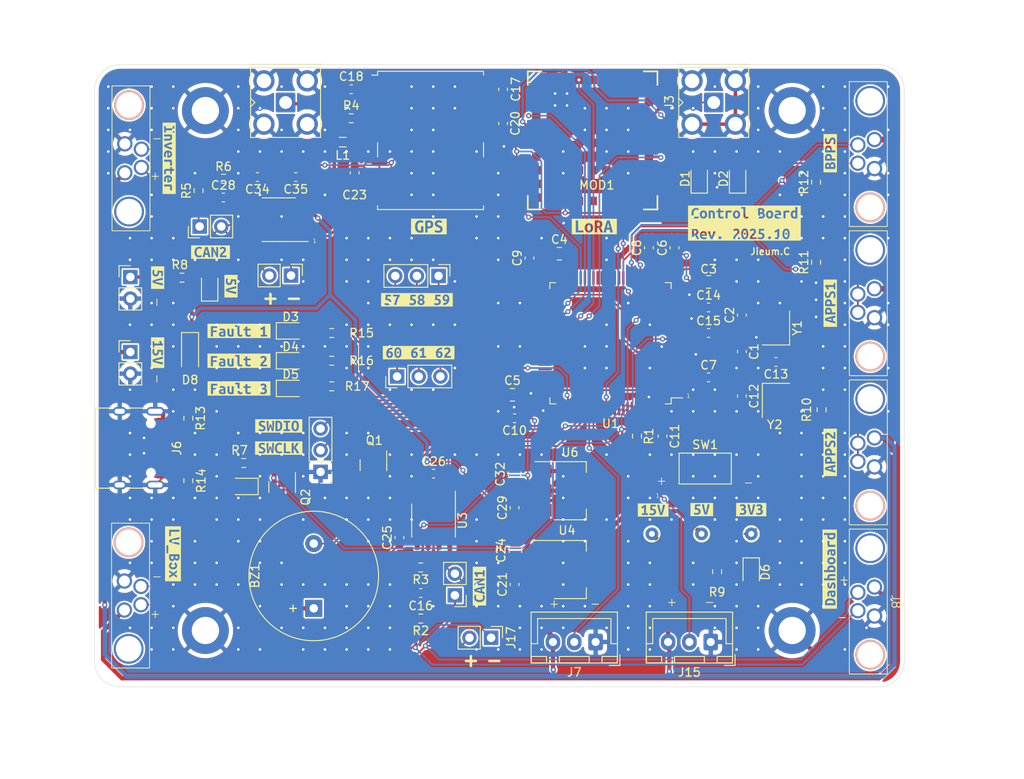
<source format=kicad_pcb>
(kicad_pcb (version 20221018) (generator pcbnew)
  (layers (0 "F.Cu" signal) (31 "B.Cu" signal) (34 "B.Paste" user) (35 "F.Paste" user) (36 "B.SilkS" user "B.Silkscreen") (37 "F.SilkS" user "F.Silkscreen") (38 "B.Mask" user) (39 "F.Mask" user) (44 "Edge.Cuts" user))
  (net 0 "")
  (net 1 "+15V")
  (net 2 "Net-(BZ1--)")
  (net 3 "/RCC_OSC_IN")
  (net 4 "GND")
  (net 5 "/RCC_OSC_OUT")
  (net 6 "+3V3")
  (net 7 "Net-(C4-Pad2)")
  (net 8 "Net-(C5-Pad2)")
  (net 9 "/LSE_IN")
  (net 10 "/LSE_OUT")
  (net 11 "Net-(C16-Pad1)")
  (net 12 "VDC")
  (net 13 "+5V")
  (net 14 "Net-(C28-Pad1)")
  (net 15 "Net-(D1-A)")
  (net 16 "Net-(D2-A)")
  (net 17 "SWCLK")
  (net 18 "SWDIO")
  (net 19 "Net-(J2-In)")
  (net 20 "RF")
  (net 21 "Net-(J6-CC1)")
  (net 22 "DP")
  (net 23 "DN")
  (net 24 "Net-(J6-CC2)")
  (net 25 "Net-(L1-Pad1)")
  (net 28 "LORA_RESET")
  (net 29 "UART_LORA_RX")
  (net 30 "UART_LORA_TX")
  (net 32 "LORA_BOOT")
  (net 36 "UART_LORA_BOOT_RX")
  (net 40 "UART_LORA_BOOT_TX")
  (net 49 "BUZZ")
  (net 50 "NRST")
  (net 51 "Net-(JP1-A)")
  (net 52 "CAN1_N")
  (net 53 "Net-(JP2-A)")
  (net 54 "CAN2_N")
  (net 55 "ADC_APPS1")
  (net 56 "ADC_APPS2")
  (net 57 "ADC_BPPS")
  (net 58 "Fault1")
  (net 59 "Fault2")
  (net 60 "Fault3")
  (net 75 "Net-(D7-A)")
  (net 77 "Net-(D8-A)")
  (net 90 "CAN2_RX")
  (net 91 "CAN2_TX")
  (net 92 "UART_GPS_TX")
  (net 93 "UART_GPS_RX")
  (net 94 "GPIO1")
  (net 95 "GPIO2")
  (net 96 "GPIO3")
  (net 97 "GPIO4")
  (net 98 "GPIO5")
  (net 99 "GPIO6")
  (net 106 "CAN1_RX")
  (net 107 "CAN1_TX")
  (net 108 "GPIO7")
  (net 109 "GPIO8")
  (net 134 "CAN1_P")
  (net 135 "Net-(Q2-D)")
  (net 136 "CAN2_P")
  (net 137 "Net-(D9-A)")
  (net 138 "Net-(D3-A)")
  (net 139 "Net-(D4-A)")
  (net 140 "Net-(D5-A)")
  (net 141 "Net-(D6-A)")
  (net 142 "ADC_STEER")
  (footprint "Capacitor_SMD:C_0603_1608Metric" (layer "F.Cu") (at 185.9 112.9 -90)
    (fp_text reference "C12")
    (fp_text value "20p")
  )
  (footprint "Connector_PinHeader_2.54mm:PinHeader_1x02_P2.54mm_Vertical" (layer "F.Cu") (at 152.25 136.275 180)
    (fp_text reference "JP1" hide)
    (fp_text value "Jumper_2_Open")
  )
  (footprint "LED_SMD:LED_0805_2012Metric" (layer "F.Cu") (at 133 105.25)
    (fp_text reference "D3")
    (fp_text value "LED")
  )
  (footprint "Capacitor_SMD:C_0603_1608Metric" (layer "F.Cu") (at 182 102.5)
    (fp_text reference "C14")
    (fp_text value "100n")
  )
  (footprint "Capacitor_SMD:C_0603_1608Metric" (layer "F.Cu") (at 159.25 126 90)
    (fp_text reference "C29")
    (fp_text value "1u")
  )
  (footprint "kibuzzard-68C836E4" (layer "F.Cu") (at 131.6 116.4)
    (fp_text reference "kibuzzard-68C836E4" hide)
    (fp_text value "G***" hide)
  )
  (footprint "LED_SMD:LED_0805_2012Metric" (layer "F.Cu") (at 127.5 123.5 180)
    (fp_text reference "D7" hide)
    (fp_text value "LED")
  )
  (footprint "Package_TO_SOT_SMD:SOT-23" (layer "F.Cu") (at 132 123.5625 -90)
    (fp_text reference "Q2")
    (fp_text value "NXV90EPR")
  )
  (footprint "kibuzzard-68E0D6FC" (layer "F.Cu") (at 126 100 -90)
    (fp_text reference "kibuzzard-68E0D6FC" hide)
    (fp_text value "G***" hide)
  )
  (footprint "Package_QFP:LQFP-100_14x14mm_P0.5mm" (layer "F.Cu") (at 170.5 106.7 180)
    (fp_text reference "U1")
    (fp_text value "STM32H743VITx")
  )
  (footprint "Capacitor_SMD:C_0603_1608Metric" (layer "F.Cu") (at 176.6 117.6 -90)
    (fp_text reference "C11")
    (fp_text value "100n")
  )
  (footprint "Connector_PinHeader_2.54mm:PinHeader_1x03_P2.54mm_Vertical" (layer "F.Cu") (at 145.475 110.6 90)
    (fp_text reference "J13" hide)
    (fp_text value "Conn_01x03")
  )
  (footprint "kibuzzard-68C81B65" (layer "F.Cu") (at 126.9375 105.25)
    (fp_text reference "kibuzzard-68C81B65" hide)
    (fp_text value "G***" hide)
  )
  (footprint "Resistor_SMD:R_0603_1608Metric" (layer "F.Cu") (at 137.8125 105.5 180)
    (fp_text reference "R15")
    (fp_text value "10k")
  )
  (footprint "kibuzzard-68C831A8" (layer "F.Cu") (at 175.5 126.2625)
    (fp_text reference "kibuzzard-68C831A8" hide)
    (fp_text value "G***" hide)
  )
  (footprint "Capacitor_SMD:C_0603_1608Metric" (layer "F.Cu") (at 185.9 107.675 -90)
    (fp_text reference "C1")
    (fp_text value "20p")
  )
  (footprint "kibuzzard-68C839A7" (layer "F.Cu") (at 149.2 93)
    (fp_text reference "kibuzzard-68C839A7" hide)
    (fp_text value "G***" hide)
  )
  (footprint "Capacitor_SMD:C_0603_1608Metric" (layer "F.Cu") (at 129.1 87.2 180)
    (fp_text reference "C34")
    (fp_text value "100n")
  )
  (footprint "LED_SMD:LED_0805_2012Metric" (layer "F.Cu") (at 123.5 100.0625 90)
    (fp_text reference "D9" hide)
    (fp_text value "LED")
  )
  (footprint "Package_TO_SOT_SMD:SOT-23" (layer "F.Cu") (at 142.7 121 -90)
    (fp_text reference "Q1")
    (fp_text value "2N7002")
  )
  (footprint "Capacitor_SMD:C_0805_2012Metric" (layer "F.Cu") (at 159.35 131 90)
    (fp_text reference "C24")
    (fp_text value "10u")
  )
  (footprint "Capacitor_SMD:C_0603_1608Metric" (layer "F.Cu") (at 125.1 89.6)
    (fp_text reference "C28")
    (fp_text value "1u")
  )
  (footprint "kibuzzard-68CAD58E" (layer "F.Cu") (at 147.8 101.6)
    (fp_text reference "kibuzzard-68CAD58E" hide)
    (fp_text value "G***" hide)
  )
  (footprint "WIRL-LORA_2618011181000:WE-FP-8" (layer "F.Cu") (at 168.4 82.9 180)
    (fp_text reference "MOD1")
    (fp_text value "WIRL-LORA_2618011181000")
  )
  (footprint "Resistor_SMD:R_0603_1608Metric" (layer "F.Cu") (at 127.5 120.75 180)
    (fp_text reference "R7")
    (fp_text value "10k")
  )
  (footprint "Capacitor_SMD:C_0603_1608Metric" (layer "F.Cu") (at 178 95.5 90)
    (fp_text reference "C6")
    (fp_text value "100n")
  )
  (footprint "kibuzzard-68C81B8D" (layer "F.Cu") (at 118.75 85 -90)
    (fp_text reference "kibuzzard-68C81B8D" hide)
    (fp_text value "G***" hide)
  )
  (footprint "kibuzzard-68E0D157" (layer "F.Cu") (at 186.2 92.6)
    (fp_text reference "kibuzzard-68E0D157" hide)
    (fp_text value "G***" hide)
  )
  (footprint "M8_conn_panel:M8_Female_Conn_Panel_P4_90" (layer "F.Cu") (at 197 84.5 -90)
    (fp_text reference "J10" hide)
    (fp_text value "DIN-4")
  )
  (footprint "M8_conn_panel:M8_Female_Conn_Panel_P4_90" (layer "F.Cu") (at 117.95 136.3 90)
    (fp_text reference "J5" hide)
    (fp_text value "DIN-4")
  )
  (footprint "LED_SMD:LED_0805_2012Metric" (layer "F.Cu") (at 133 108.75)
    (fp_text reference "D4")
    (fp_text value "LED")
  )
  (footprint "Crystal:Crystal_SMD_SeikoEpson_FA238-4Pin_3.2x2.5mm" (layer "F.Cu") (at 189.9 104.9 90)
    (fp_text reference "Y1")
    (fp_text value "8M")
  )
  (footprint "kibuzzard-68DAC5B3" (layer "F.Cu") (at 123.6 96)
    (fp_text reference "kibuzzard-68DAC5B3" hide)
    (fp_text value "G***" hide)
  )
  (footprint "Capacitor_SMD:C_0603_1608Metric" (layer "F.Cu") (at 189.9 108.9 180)
    (fp_text reference "C13")
    (fp_text value "20p")
  )
  (footprint "Capacitor_SMD:C_0603_1608Metric" (layer "F.Cu") (at 159.25 115.5 180)
    (fp_text reference "C10")
    (fp_text value "100n")
  )
  (footprint "Resistor_SMD:R_0603_1608Metric" (layer "F.Cu") (at 194.6 97.2 90)
    (fp_text reference "R11")
    (fp_text value "150R")
  )
  (footprint "Resistor_SMD:R_0603_1608Metric" (layer "F.Cu") (at 148.25 139 180)
    (fp_text reference "R2")
    (fp_text value "60R")
  )
  (footprint "Resistor_SMD:R_0603_1608Metric" (layer "F.Cu") (at 121 122.825 90)
    (fp_text reference "R14")
    (fp_text value "5k1")
  )
  (footprint "Buzzer_Beeper:Buzzer_15x7.5RM7.6" (layer "F.Cu") (at 135.7 137.8 90)
    (fp_text reference "BZ1")
    (fp_text value "Buzzer")
  )
  (footprint "Capacitor_SMD:C_0603_1608Metric" (layer "F.Cu") (at 157.9 76.9 90)
    (fp_text reference "C17")
    (fp_text value "100n")
  )
  (footprint "Package_SO:SOIC-8_3.9x4.9mm_P1.27mm" (layer "F.Cu") (at 149.75 127.5 -90)
    (fp_text reference "U3")
    (fp_text value "TCAN1462VDRQ1")
  )
  (footprint "Capacitor_SMD:C_0603_1608Metric" (layer "F.Cu") (at 161 96.7 90)
    (fp_text reference "C9")
    (fp_text value "100n")
  )
  (footprint "Connector_PinHeader_2.54mm:PinHeader_1x03_P2.54mm_Vertical" (layer "F.Cu") (at 136.5 121.79 180)
    (fp_text reference "J1" hide)
    (fp_text value "Conn_01x03")
  )
  (footprint "kibuzzard-68C81C0C" (layer "F.Cu") (at 196.259128 102 90)
    (fp_text reference "kibuzzard-68C81C0C" hide)
    (fp_text value "G***" hide)
  )
  (footprint "Capacitor_SMD:C_0805_2012Metric" (layer "F.Cu") (at 159.25 122.05 90)
    (fp_text reference "C32")
    (fp_text value "10u")
  )
  (footprint "Resistor_SMD:R_0603_1608Metric" (layer "F.Cu") (at 194.6 87.8 90)
    (fp_text reference "R12")
    (fp_text value "150R")
  )
  (footprint "LED_SMD:LED_0805_2012Metric" (layer "F.Cu") (at 185.4 87.4 90)
    (fp_text reference "D2")
    (fp_text value "LED")
  )
  (footprint "Button_Switch_SMD:SW_SPST_FSMSM" (layer "F.Cu") (at 181.6 121.4 180)
    (fp_text reference "SW1")
    (fp_text value "SW_SPST")
  )
  (footprint "Resistor_SMD:R_0603_1608Metric" (layer "F.Cu") (at 121 115.5 -90)
    (fp_text reference "R13")
    (fp_text value "5k1")
  )
  (footprint "Resistor_SMD:R_0603_1608Metric" (layer "F.Cu") (at 140.1 80.3 180)
    (fp_text reference "R4")
    (fp_text value "22")
  )
  (footprint "kibuzzard-68C831E3" (layer "F.Cu") (at 187 126.2125)
    (fp_text reference "kibuzzard-68C831E3" hide)
    (fp_text value "G***" hide)
  )
  (footprint "Capacitor_SMD:C_0805_2012Metric" (layer "F.Cu") (at 182 99.5)
    (fp_text reference "C3")
    (fp_text value "4u7")
  )
  (footprint "Capacitor_SMD:C_0603_1608Metric" (layer "F.Cu") (at 159.25 135 90)
    (fp_text reference "C21")
    (fp_text value "1u")
  )
  (footprint "M8_conn_panel:M8_Female_Conn_Panel_P4_90" (layer "F.Cu") (at 197 119.5 -90)
    (fp_text reference "J11" hide)
    (fp_text value "DIN-4")
  )
  (footprint "MountingHole:MountingHole_3.2mm_M3_ISO14580_Pad" (layer "F.Cu") (at 191.8 79.4)
    (fp_text reference "H2" hide)
    (fp_text value "MountingHole_Pad")
  )
  (footprint "Capacitor_SMD:C_0603_1608Metric" (layer "F.Cu") (at 185.9 103.4 90)
    (fp_text reference "C2")
    (fp_text value "20p")
  )
  (footprint "Inductor_SMD:L_0805_2012Metric" (layer "F.Cu") (at 139.1 83.1 180)
    (fp_text reference "L1")
    (fp_text value "22u")
  )
  (footprint "Capacitor_SMD:C_0603_1608Metric" (layer "F.Cu") (at 133.6 87.2 180)
    (fp_text reference "C35")
    (fp_text value "100n")
  )
  (footprint "kibuzzard-68C81B55" (layer "F.Cu") (at 126.9375 108.75)
    (fp_text reference "kibuzzard-68C81B55" hide)
    (fp_text value "G***" hide)
  )
  (footprint "kibuzzard-68C81C70" (layer "F.Cu") (at 196.259128 84.4 90)
    (fp_text reference "kibuzzard-68C81C70" hide)
    (fp_text value "G***" hide)
  )
  (footprint "LED_SMD:LED_0805_2012Metric" (layer "F.Cu") (at 180.9 87.4 90)
    (fp_text reference "D1")
    (fp_text value "LED")
  )
  (footprint "Capacitor_SMD:C_0603_1608Metric" (layer "F.Cu") (at 182 105.5)
    (fp_text reference "C15")
    (fp_text value "100n")
  )
  (footprint "Connector_PinHeader_2.54mm:PinHeader_1x03_P2.54mm_Vertical" (layer "F.Cu") (at 150.34 98.8 -90)
    (fp_text reference "J12" hide)
    (fp_text value "Conn_01x03")
  )
  (footprint "RF_GPS:ublox_NEO" (layer "F.Cu") (at 149.4 82.9)
    (fp_text reference "U2" hide)
    (fp_text value "NEO-XM")
  )
  (footprint "Connector_PinHeader_2.54mm:PinHeader_1x02_P2.54mm_Vertical" (layer "F.Cu") (at 114.2 107.725)
    (fp_text reference "J14" hide)
    (fp_text value "Conn_01x02")
  )
  (footprint "Package_TO_SOT_SMD:SOT-223-3_TabPin2" (layer "F.Cu") (at 165.75 124)
    (fp_text reference "U6")
    (fp_text value "AMS1117-3.3")
  )
  (footprint "Resistor_SMD:R_0603_1608Metric" (layer "F.Cu") (at 195.25 114.5 -90)
    (fp_text reference "R10")
    (fp_text value "150R")
  )
  (footprint "MountingHole:MountingHole_3.2mm_M3_ISO14580_Pad" (layer "F.Cu") (at 123 79.4)
    (fp_text reference "H1" hide)
    (fp_text value "MountingHole_Pad")
  )
  (footprint "kibuzzard-68C81B7C" (layer "F.Cu") (at 126.9375 112)
    (fp_text reference "kibuzzard-68C81B7C" hide)
    (fp_text value "G***" hide)
  )
  (footprint "Connector_Coaxial:SMA_Amphenol_901-143_Horizontal" (layer "F.Cu") (at 182.6 78.45)
    (fp_text reference "J3")
    (fp_text value "LORA_ANT")
  )
  (footprint "kibuzzard-68C81C5A" (layer "F.Cu") (at 196.259128 119.5 90)
    (fp_text reference "kibuzzard-68C81C5A" hide)
    (fp_text value "G***" hide)
  )
  (footprint "TestPoint:TestPoint_THTPad_D1.5mm_Drill0.7mm" (layer "F.Cu") (at 181.175 129.0625 -90)
    (fp_text reference "TP1" hide)
    (fp_text value "TP_5V")
  )
  (footprint "kibuzzard-68C839C6" (layer "F.Cu") (at 168.6 93)
    (fp_text reference "kibuzzard-68C839C6" hide)
    (fp_text value "G***" hide)
  )
  (footprint "Resistor_SMD:R_0603_1608Metric" (layer "F.Cu") (at 137.8125 108.75 180)
    (fp_text reference "R16")
    (fp_text value "10k")
  )
  (footprint "Resistor_SMD:R_0603_1608Metric" (layer "F.Cu") (at 137.8125 111.75 180)
    (fp_text reference "R17")
    (fp_text value "10k")
  )
  (footprint "Capacitor_SMD:C_0603_1608Metric" (layer "F.Cu") (at 157.9 80.9 -90)
    (fp_text reference "C20")
    (fp_text value "100n")
  )
  (footprint "Resistor_SMD:R_0603_1608Metric" (layer "F.Cu") (at 120.25 99)
    (fp_text reference "R8")
    (fp_text value "10k")
  )
  (footprint "TestPoint:TestPoint_THTPad_D1.5mm_Drill0.7mm" (layer "F.Cu") (at 187 129.0625 -90)
    (fp_text reference "TP2" hide)
    (fp_text value "TP_3V3")
  )
  (footprint "Connector_PinHeader_2.54mm:PinHeader_1x02_P2.54mm_Vertical" (layer "F.Cu") (at 156.5 141.25 -90)
    (fp_text reference "J17")
    (fp_text value "Conn_01x02")
  )
  (footprint "Capacitor_SMD:C_0603_1608Metric" (layer "F.Cu") (at 149.75 122)
    (fp_text reference "C26")
    (fp_text value "100n")
  )
  (footprint "MountingHole:MountingHole_3.2mm_M3_ISO14580_Pad" (layer "F.Cu") (at 191.8 140.4)
    (fp_text reference "H3" hide)
    (fp_text value "MountingHole_Pad")
  )
  (footprint "Connector_PinHeader_2.54mm:PinHeader_1x02_P2.54mm_Vertical" (layer "F.Cu") (at 133.04 98.75 -90)
    (fp_text reference "J18" hide)
    (fp_text value "Conn_01x02")
  )
  (footprint "Resistor_SMD:R_0603_1608Metric" (layer "F.Cu") (at 125.125 87.4)
    (fp_text reference "R6")
    (fp_text value "60R")
  )
  (footprint "Connector_PinHeader_2.54mm:PinHeader_1x02_P2.54mm_Vertical" (layer "F.Cu") (at 122.325 93 90)
    (fp_text reference "JP2" hide)
    (fp_text value "Jumper_2_Open")
  )
  (footprint "Diode_SMD:D_SOD-123" (layer "F.Cu") (at 121.2 107.8 -90)
    (fp_text reference "D8")
    (fp_text value "BAT46")
  )
  (footprint "Resistor_SMD:R_0603_1608Metric" (layer "F.Cu") (at 183 133.5 -90)
    (fp_text reference "R9")
    (fp_text value "10k")
  )
  (footprint "Package_TO_SOT_SMD:SOT-223-3_TabPin2" (layer "F.Cu") (at 165.75 133.25)
    (fp_text reference "U4")
    (fp_text value "AMS1117-3.3")
  )
  (footprint "kibuzzard-68E0D6FC" (layer "F.Cu") (at 117.4 99 -90)
    (fp_text reference "kibuzzard-68E0D6FC" hide)
    (fp_text value "G***" hide)
  )
  (footprint "LED_SMD:LED_0805_2012Metric" (layer "F.Cu") (at 187 133.5625 -90)
    (fp_text reference "D6")
    (fp_text value "LED")
  )
  (footprint "Capacitor_SMD:C_0805_2012Metric" (layer "F.Cu") (at 164.5 96.2)
    (fp_text reference "C4")
    (fp_text value "2u2")
  )
  (footprint "kibuzzard-68C836FB" (layer "F.Cu") (at 131.6 119)
    (fp_text reference "kibuzzard-68C836FB" hide)
    (fp_text value "G***" hide)
  )
  (footprint "Connector_JST:JST_XH_B3B-XH-A_1x03_P2.50mm_Vertical" (layer "F.Cu") (at 182.25 141.75 180)
    (fp_text reference "J15")
    (fp_text value "Conn_01x03")
  )
  (footprint "Package_SO:SOIC-8_3.9x4.9mm_P1.27mm" (layer "F.Cu") (at 131.6 92.2 180)
    (fp_text reference "U7" hide)
    (fp_text value "TCAN1462VDRQ1")
  )
  (footprint "kibuzzard-68C831DA" (layer "F.Cu") (at 181.2 126.2125)
    (fp_text reference "kibuzzard-68C831DA" hide)
    (fp_text value "G***" hide)
  )
  (footprint "LED_SMD:LED_0805_2012Metric" (layer "F.Cu") (at 133 112)
    (fp_text reference "D5")
    (fp_text value "LED")
  )
  (footprint "Capacitor_SMD:C_0603_1608Metric" (layer "F.Cu") (at 140.1 76.9 180)
    (fp_text reference "C18")
    (fp_text value "100n")
  )
  (footprint "kibuzzard-68CAD5A3" (layer "F.Cu") (at 148 107.8)
    (fp_text reference "kibuzzard-68CAD5A3" hide)
    (fp_text value "G***" hide)
  )
  (footprint "Resistor_SMD:R_0603_1608Metric" (layer "F.Cu") (at 122.2 88.8 90)
    (fp_text reference "R5")
    (fp_text value "60R")
  )
  (footprint "MountingHole:MountingHole_3.2mm_M3_ISO14580_Pad" (layer "F.Cu") (at 123 140.4)
    (fp_text reference "H4" hide)
    (fp_text value "MountingHole_Pad")
  )
  (footprint "M8_conn_panel:M8_Female_Conn_Panel_P4_90" (layer "F.Cu") (at 118 85 90)
    (fp_text reference "J4" hide)
    (fp_text value "DIN-4")
  )
  (footprint "Resistor_SMD:R_0603_1608Metric" (layer "F.Cu") (at 148.25 133 180)
    (fp_text reference "R3")
    (fp_text value "60R")
  )
  (footprint "TestPoint:TestPoint_THTPad_D1.5mm_Drill0.7mm" (layer "F.Cu") (at 175.35 129.0625 -90)
    (fp_text reference "TP3" hide)
    (fp_text value "TP_15V")
  )
  (footprint "Capacitor_SMD:C_0603_1608Metric" (layer "F.Cu") (at 148.25 136)
    (fp_text reference "C16")
    (fp_text value "1u")
  )
  (footprint "kibuzzard-68DAC5A1" (layer "F.Cu") (at 155.135 135.195 90)
    (fp_text reference "kibuzzard-68DAC5A1" hide)
    (fp_text value "G***" hide)
  )
  (footprint "Capacitor_SMD:C_0603_1608Metric" (layer "F.Cu") (at 140.5 86.7 -90)
    (fp_text reference "C23")
    (fp_text value "1u")
  )
  (footprint "kibuzzard-68DAC17B" (layer "F.Cu") (at 117.4 107.8 -90)
    (fp_text reference "kibuzzard-68DAC17B" hide)
    (fp_text value "G***" hide)
  )
  (footprint "Capacitor_SMD:C_0603_1608Metric" (layer "F.Cu") (at 145.75 129.5 90)
    (fp_text reference "C25")
    (fp_text value "100n")
  )
  (footprint "M8_conn_panel:M8_Female_Conn_Panel_P4_90" (layer "F.Cu") (at 197 102 -90)
    (fp_text reference "J9" hide)
    (fp_text value "DIN-4")
  )
  (footprint "Capacitor_SMD:C_0603_1608Metric" (layer "F.Cu") (at 182 110.7)
    (fp_text reference "C7")
    (fp_text value "100n")
  )
  (footprint "Connector_PinHeader_2.54mm:PinHeader_1x02_P2.54mm_Vertical" (layer "F.Cu") (at 114.2 98.925)
    (fp_text reference "J16" hide)
    (fp_text value "Conn_01x02")
  )
  (footprint "Connector_USB:USB_C_Receptacle_HRO_TYPE-C-31-M-12" (layer "F.Cu") (at 114 119 -90)
    (fp_text reference "J6")
    (fp_text value "USB_C_Receptacle_USB2.0_16P")
  )
  (footprint "kibuzzard-68C81BE5" (layer "F.Cu") (at 119.2 131.4 -90)
    (fp_text reference "kibuzzard-68C81BE5" hide)
    (fp_text value "G***" hide)
  )
  (footprint "Connector_Coaxial:SMA_Amphenol_901-143_Horizontal" (layer "F.Cu") (at 132.4 78.45)
    (fp_text reference "J2" hide)
    (fp_text value "GPS_ANT")
  )
  (footprint "kibuzzard-68C8462F" (layer "F.Cu") (at 196.2 133.2 90)
    (fp_text reference "kibuzzard-68C8462F" hide)
    (fp_text value "G***" hide)
  )
  (footprint "M8_conn_panel:M8_Female_Conn_Panel_P4_90" (layer "F.Cu") (at 197 137 -90)
    (fp_text reference "J8")
    (fp_text value "DIN-4")
  )
  (footprint "Connector_JST:JST_XH_B3B-XH-A_1x03_P2.50mm_Vertical" (layer "F.Cu") (at 168.75 141.75 180)
    (fp_text reference "J7")
    (fp_text value "Conn_01x03")
  )
  (footprint "Crystal:Crystal_SMD_SeikoEpson_FA238-4Pin_3.2x2.5mm" (layer "F.Cu") (at 189.9 113.4 -90)
    (fp_text reference "Y2")
    (fp_text value "32.768k")
  )
  (footprint "Capacitor_SMD:C_0603_1608Metric" (layer "F.Cu") (at 175 95.5 90)
    (fp_text reference "C8")
    (fp_text value "100n")
  )
  (footprint "Capacitor_SMD:C_0805_2012Metric" (layer "F.Cu") (at 159 112.75)
    (fp_text reference "C5")
    (fp_text value "2u2")
  )
  (footprint "Resistor_SMD:R_0603_1608Metric" (layer "F.Cu") (at 173.6 117.6 90)
    (fp_text reference "R1")
    (fp_text value "10k")
  )
  (gr_line (start 204.95 144) (end 204.95 77) (stroke (width 0.05)) (layer "Edge.Cuts"))
  (gr_arc (start 113 147) (mid 110.87868 146.12132) (end 110 144) (stroke (width 0.05)) (layer "Edge.Cuts"))
  (gr_line (start 201.95 74) (end 113 74) (stroke (width 0.05)) (layer "Edge.Cuts"))
  (gr_arc (start 204.95 144) (mid 204.07132 146.12132) (end 201.95 147) (stroke (width 0.05)) (layer "Edge.Cuts"))
  (gr_line (start 110 77) (end 110 144) (stroke (width 0.05)) (layer "Edge.Cuts"))
  (gr_arc (start 201.95 74) (mid 204.07132 74.87868) (end 204.95 77) (stroke (width 0.05)) (layer "Edge.Cuts"))
  (gr_arc (start 110 77) (mid 110.87868 74.87868) (end 113 74) (stroke (width 0.05)) (layer "Edge.Cuts"))
  (gr_line (start 113 147) (end 201.95 147) (stroke (width 0.05)) (layer "Edge.Cuts"))
  (gr_text "1" (at 135.575 95.015) (layer "F.SilkS") (effects (font (size 0.5 0.5) (thickness 0.1)) (justify left bottom)))
  (gr_text "+" (at 117.8 138 180) (layer "F.SilkS") (effects (font (size 1 1) (thickness 0.1)) (justify left bottom)))
  (gr_text "-" (at 186 123.6) (layer "F.SilkS") (effects (font (size 1 1) (thickness 0.1)) (justify left bottom)))
  (gr_text "-" (at 182.8 136.6 180) (layer "F.SilkS") (effects (font (size 1 1) (thickness 0.1)) (justify left bottom)))
  (gr_text "-" (at 116.8 110.2 -90) (layer "F.SilkS") (effects (font (size 1 1) (thickness 0.1)) (justify left bottom)))
  (gr_text "+" (at 164.4 138 90) (layer "F.SilkS") (effects (font (size 1 1) (thickness 0.1)) (justify left bottom)))
  (gr_text "+" (at 178.2 137.8 90) (layer "F.SilkS") (effects (font (size 1 1) (thickness 0.1)) (justify left bottom)))
  (gr_text "-" (at 118 82.2 180) (layer "F.SilkS") (effects (font (size 1 1) (thickness 0.1)) (justify left bottom)))
  (gr_text "-" (at 169.4 136.8 180) (layer "F.SilkS") (effects (font (size 1 1) (thickness 0.1)) (justify left bottom)))
  (gr_text "+" (at 197.2 135) (layer "F.SilkS") (effects (font (size 1 1) (thickness 0.1)) (justify left bottom)))
  (gr_text "-" (at 116.8 101.2 -90) (layer "F.SilkS") (effects (font (size 1 1) (thickness 0.1)) (justify left bottom)))
  (gr_text "+" (at 153 144.75) (layer "F.SilkS") (effects (font (size 1.5 1.5) (thickness 0.3) bold) (justify left bottom)))
  (gr_text "Jieum.C" (at 186.8 96.4) (layer "F.SilkS") (effects (font (size 0.8 0.8) (thickness 0.15) bold) (justify left bottom)))
  (gr_text "-" (at 132.25 102.25) (layer "F.SilkS") (effects (font (size 1.5 1.5) (thickness 0.3) bold) (justify left bottom)))
  (gr_text "1" (at 175.8 124.9125) (layer "F.SilkS") (effects (font (size 0.5 0.5) (thickness 0.1)) (justify left bottom)))
  (gr_text "+" (at 129.5 102.25) (layer "F.SilkS") (effects (font (size 1.5 1.5) (thickness 0.3) bold) (justify left bottom)))
  (gr_text "+" (at 175.8 123.4) (layer "F.SilkS") (effects (font (size 1 1) (thickness 0.1)) (justify left bottom)))
  (gr_text "-" (at 155.75 144.75) (layer "F.SilkS") (effects (font (size 1.5 1.5) (thickness 0.3) bold) (justify left bottom)))
  (gr_text "1" (at 179.4 113.2) (layer "F.SilkS") (effects (font (size 0.5 0.5) (thickness 0.1)) (justify left bottom)))
  (gr_text "-" (at 197 139.4) (layer "F.SilkS") (effects (font (size 1 1) (thickness 0.1)) (justify left bottom)))
  (gr_text "+" (at 117.8 86.6 180) (layer "F.SilkS") (effects (font (size 1 1) (thickness 0.1)) (justify left bottom)))
  (gr_text "-" (at 118 133.6 180) (layer "F.SilkS") (effects (font (size 1 1) (thickness 0.1)) (justify left bottom)))
  (segment (start 111.2 126) (end 121.2 126) (width 0.5) (layer "F.Cu") (net 1))
  (segment (start 162.825 135.775) (end 159.25 135.775) (width 0.6) (layer "F.Cu") (net 1))
  (segment (start 111.2 125) (end 111.2 107.8) (width 0.5) (layer "F.Cu") (net 1))
  (segment (start 203 82.8) (end 203.05 82.8) (width 0.7) (layer "F.Cu") (net 1))
  (segment (start 203.3 82.8) (end 203.5 83) (width 0.2) (layer "F.Cu") (net 1))
  (segment (start 163.75 144.95) (end 163.8 145) (width 0.5) (layer "F.Cu") (net 1))
  (segment (start 163.75 141.75) (end 163.75 144.95) (width 0.5) (layer "F.Cu") (net 1))
  (segment (start 203.8 100.3) (end 201.45 100.3) (width 0.7) (layer "F.Cu") (net 1))
  (segment (start 163.4 136.35) (end 162.825 135.775) (width 0.6) (layer "F.Cu") (net 1))
  (segment (start 111.2 137.4) (end 111.2 125) (width 0.5) (layer "F.Cu") (net 1))
  (segment (start 163.4 141.4) (end 163.4 136.35) (width 0.6) (layer "F.Cu") (net 1))
  (segment (start 201.45 82.8) (end 203 82.8) (width 0.7) (layer "F.Cu") (net 1))
  (segment (start 177.4 145.2) (end 177.4 141.9) (width 0.5) (layer "F.Cu") (net 1))
  (segment (start 204 100.5) (end 204 117.05) (width 0.7) (layer "F.Cu") (net 1))
  (segment (start 121.2 126) (end 133 137.8) (width 0.5) (layer "F.Cu") (net 1))
  (segment (start 111.2 125) (end 111.2 126) (width 0.5) (layer "F.Cu") (net 1))
  (segment (start 163.75 141.75) (end 163.4 141.4) (width 0.6) (layer "F.Cu") (net 1))
  (segment (start 177.25 141.75) (end 177.25 130.9625) (width 0.5) (layer "F.Cu") (net 1))
  (segment (start 111.2 89.05) (end 113.55 86.7) (width 0.5) (layer "F.Cu") (net 1))
  (segment (start 204 100.5) (end 203.8 100.3) (width 0.7) (layer "F.Cu") (net 1))
  (segment (start 204 117.05) (end 203.25 117.8) (width 0.7) (layer "F.Cu") (net 1))
  (segment (start 203.25 117.8) (end 201.45 117.8) (width 0.7) (layer "F.Cu") (net 1))
  (segment (start 111.2 107.8) (end 111.2 89.05) (width 0.5) (layer "F.Cu") (net 1))
  (segment (start 177.25 130.9625) (end 175.35 129.0625) (width 0.5) (layer "F.Cu") (net 1))
  (segment (start 204 83.75) (end 204 100.5) (width 0.7) (layer "F.Cu") (net 1))
  (segment (start 111.275 107.725) (end 114.2 107.725) (width 0.5) (layer "F.Cu") (net 1))
  (segment (start 133 137.8) (end 135.7 137.8) (width 0.5) (layer "F.Cu") (net 1))
  (segment (start 177.4 141.9) (end 177.25 141.75) (width 0.5) (layer "F.Cu") (net 1))
  (segment (start 203.05 82.8) (end 204 83.75) (width 0.7) (layer "F.Cu") (net 1))
  (segment (start 111.2 107.8) (end 111.275 107.725) (width 0.5) (layer "F.Cu") (net 1))
  (via (at 177.4 145.2) (size 0.6) (drill 0.3) (layers "F.Cu" "B.Cu") (net 1))
  (via (at 111.2 137.4) (size 0.6) (drill 0.3) (layers "F.Cu" "B.Cu") (net 1))
  (via (at 163.8 145) (size 0.6) (drill 0.3) (layers "F.Cu" "B.Cu") (net 1))
  (segment (start 203.8 144.4) (end 203.8 118.8) (width 0.5) (layer "B.Cu") (net 1))
  (segment (start 111.2 143.2) (end 113.8 145.8) (width 0.5) (layer "B.Cu") (net 1))
  (segment (start 203.8 118.8) (end 202.8 117.8) (width 0.5) (layer "B.Cu") (net 1))
  (segment (start 202.4 145.8) (end 203.8 144.4) (width 0.5) (layer "B.Cu") (net 1))
  (segment (start 202.8 117.8) (end 201.45 117.8) (width 0.5) (layer "B.Cu") (net 1))
  (segment (start 113.8 145.8) (end 202.4 145.8) (width 0.5) (layer "B.Cu") (net 1))
  (segment (start 111.2 137.4) (end 111.2 143.2) (width 0.5) (layer "B.Cu") (net 1))
  (segment (start 138 130.2) (end 142.7 125.5) (width 0.2) (layer "F.Cu") (net 2))
  (segment (start 135.7 130.2) (end 138 130.2) (width 0.2) (layer "F.Cu") (net 2))
  (segment (start 142.7 125.5) (end 142.7 121.9375) (width 0.2) (layer "F.Cu") (net 2))
  (segment (start 190.7 106.7) (end 190.7 106) (width 0.2) (layer "F.Cu") (net 3))
  (segment (start 178.175 107.2) (end 185.6 107.2) (width 0.2) (layer "F.Cu") (net 3))
  (segment (start 185.9 106.9) (end 186 107) (width 0.2) (layer "F.Cu") (net 3))
  (segment (start 190.4 107) (end 190.7 106.7) (width 0.2) (layer "F.Cu") (net 3))
  (segment (start 185.6 107.2) (end 185.9 106.9) (width 0.2) (layer "F.Cu") (net 3))
  (segment (start 186 107) (end 190.4 107) (width 0.2) (layer "F.Cu") (net 3))
  (segment (start 118.045 122.405) (end 117.13 123.32) (width 0.2) (layer "F.Cu") (net 4))
  (segment (start 158.2 74.8) (end 157.9 75.1) (width 0.2) (layer "F.Cu") (net 4))
  (segment (start 201.45 103.7) (end 199.95 105.2) (width 0.2) (layer "F.Cu") (net 4))
  (segment (start 182.9375 88.3375) (end 183 88.4) (width 0.2) (layer "F.Cu") (net 4))
  (segment (start 141.75 121.05) (end 141.01 121.79) (width 0.2) (layer "F.Cu") (net 4))
  (segment (start 178.175 103.7) (end 179.9 103.7) (width 0.2) (layer "F.Cu") (net 4))
  (segment (start 118.045 117.25) (end 116.35 117.25) (width 0.2) (layer "F.Cu") (net 4))
  (segment (start 149.025 136) (end 150.217157 134.807843) (width 0.2) (layer "F.Cu") (net 4))
  (segment (start 157.9 81.675) (end 157.9 83.5) (width 0.2) (layer "F.Cu") (net 4))
  (segment (start 164.7 74.8) (end 158.2 74.8) (width 0.2) (layer "F.Cu") (net 4))
  (segment (start 149.75 127.5) (end 150.385 126.865) (width 0.2) (layer "F.Cu") (net 4))
  (segment (start 149.75 132.065686) (end 149.75 127.5) (width 0.2) (layer "F.Cu") (net 4))
  (segment (start 185.14 75.91) (end 185.14 80.99) (width 0.4) (layer "F.Cu") (net 4))
  (segment (start 150.217157 134.807843) (end 150.217157 132.532843) (width 0.2) (layer "F.Cu") (net 4))
  (segment (start 143.4 87.7) (end 140.725 87.7) (width 0.2) (layer "F.Cu") (net 4))
  (segment (start 165.2 75.3) (end 164.7 74.8) (width 0.2) (layer "F.Cu") (net 4))
  (segment (start 189.1 106) (end 187.6 106) (width 0.2) (layer "F.Cu") (net 4))
  (segment (start 158.05 113.65) (end 158.6 114.2) (width 0.2) (layer "F.Cu") (net 4))
  (segment (start 190.7 104.5) (end 190.7 103.8) (width 0.2) (layer "F.Cu") (net 4))
  (segment (start 189.2 105) (end 190.2 105) (width 0.2) (layer "F.Cu") (net 4))
  (segment (start 150.385 125.025) (end 150.385 122.14) (width 0.3) (layer "F.Cu") (net 4))
  (segment (start 141.01 121.79) (end 136.5 121.79) (width 0.2) (layer "F.Cu") (net 4))
  (segment (start 118.045 122.25) (end 118.045 122.405) (width 0.2) (layer "F.Cu") (net 4))
  (segment (start 158.05 112.75) (end 158.05 113.65) (width 0.2) (layer "F.Cu") (net 4))
  (segment (start 189.1 106) (end 189.1 105.1) (width 0.2) (layer "F.Cu") (net 4))
  (segment (start 176 113.54467) (end 175.45533 113) (width 0.2) (layer "F.Cu") (net 4))
  (segment (start 190.2 105) (end 190.7 104.5) (width 0.2) (layer "F.Cu") (net 4))
  (segment (start 150.385 126.865) (end 150.385 125.025) (width 0.2) (layer "F.Cu") (net 4))
  (segment (start 165.2 75.8) (end 165.2 75.3) (width 0.2) (layer "F.Cu") (net 4))
  (segment (start 165 97.65) (end 163.55 96.2) (width 0.2) (layer "F.Cu") (net 4))
  (segment (start 199.95 105.2) (end 196.2 105.2) (width 0.2) (layer "F.Cu") (net 4))
  (segment (start 180.3 108.2) (end 180.5 108) (width 0.2) (layer "F.Cu") (net 4))
  (segment (start 161.552178 112.2) (end 161.176089 112.576089) (width 0.2) (layer "F.Cu") (net 4))
  (segment (start 175.45533 113) (end 175 113) (width 0.2) (layer "F.Cu") (net 4))
  (segment (start 163.6 90) (end 163.6 91.2) (width 0.2) (layer "F.Cu") (net 4))
  (segment (start 116.35 117.25) (end 115.8 117.8) (width 0.2) (layer "F.Cu") (net 4))
  (segment (start 157.9 83.5) (end 158 83.6) (width 0.2) (layer "F.Cu") (net 4))
  (segment (start 185.4 88.2) (end 185.4 88.3375) (width 0.2) (layer "F.Cu") (net 4))
  (segment (start 189.1 105.1) (end 189.2 105) (width 0.2) (layer "F.Cu") (net 4))
  (segment (start 158.6 114.2) (end 159.2 114.2) (width 0.2) (layer "F.Cu") (net 4))
  (segment (start 185.14 80.99) (end 180.06 80.99) (width 0.4) (layer "F.Cu") (net 4))
  (segment (start 163.6 91.2) (end 165 92.6) (width 0.2) (layer "F.Cu") (net 4))
  (segment (start 180.9 88.3375) (end 182.9375 88.3375) (width 0.2) (layer "F.Cu") (net 4))
  (segment (start 176 114.375) (end 176 113.54467) (width 0.2) (layer "F.Cu") (net 4))
  (segment (start 196.2 105.2) (end 194.6 103.6) (width 0.2) (layer "F.Cu") (net 4))
  (segment (start 141.75 120.25) (end 141.75 121.05) (width 0.2) (layer "F.Cu") (net 4))
  (segment (start 162.825 112.2) (end 161.552178 112.2) (width 0.2) (layer "F.Cu") (net 4))
  (segment (start 178.175 108.2) (end 180.3 108.2) (width 0.2) (layer "F.Cu") (net 4))
  (segment (start 179.9 103.7) (end 180 103.8) (width 0.2) (layer "F.Cu") (net 4))
  (segment (start 157.9 75.1) (end 157.9 76.125) (width 0.2) (layer "F.Cu") (net 4))
  (segment (start 150.217157 132.532843) (end 149.75 132.065686) (width 0.2) (layer "F.Cu") (net 4))
  (segment (start 150.385 122.14) (end 150.525 122) (width 0.2) (layer "F.Cu") (net 4))
  (segment (start 165 99.025) (end 165 97.65) (width 0.2) (layer "F.Cu") (net 4))
  (via (at 139.555477 142.625) (size 0.6) (drill 0.3) (layers "F.Cu" "B.Cu") (net 4))
  (via (at 139.555477 117.225) (size 0.6) (drill 0.3) (layers "F.Cu" "B.Cu") (net 4))
  (via (at 195.435477 81.665) (size 0.6) (drill 0.3) (layers "F.Cu" "B.Cu") (net 4))
  (via (at 159.875477 101.985) (size 0.6) (drill 0.3) (layers "F.Cu" "B.Cu") (net 4))
  (via (at 147.175477 81.665) (size 0.6) (drill 0.3) (layers "F.Cu" "B.Cu") (net 4))
  (via (at 134.475477 99.445) (size 0.6) (drill 0.3) (layers "F.Cu" "B.Cu") (net 4))
  (via (at 185.275477 124.845) (size 0.6) (drill 0.3) (layers "F.Cu" "B.Cu") (net 4))
  (via (at 119.235477 94.365) (size 0.6) (drill 0.3) (layers "F.Cu" "B.Cu") (net 4))
  (via (at 116.695477 76.585) (size 0.6) (drill 0.3) (layers "F.Cu" "B.Cu") (net 4))
  (via (at 154.795477 129.925) (size 0.6) (drill 0.3) (layers "F.Cu" "B.Cu") (net 4))
  (via (at 114.155477 104.525) (size 0.6) (drill 0.3) (layers "F.Cu" "B.Cu") (net 4))
  (via (at 111.615477 84.205) (size 0.6) (drill 0.3) (layers "F.Cu" "B.Cu") (net 4))
  (via (at 126.855477 129.925) (size 0.6) (drill 0.3) (layers "F.Cu" "B.Cu") (net 4))
  (via (at 137.015477 84.205) (size 0.6) (drill 0.3) (layers "F.Cu" "B.Cu") (net 4))
  (via (at 139.555477 135.005) (size 0.6) (drill 0.3) (layers "F.Cu" "B.Cu") (net 4))
  (via (at 131.935477 84.205) (size 0.6) (drill 0.3) (layers "F.Cu" "B.Cu") (net 4))
  (via (at 116.695477 142.625) (size 0.6) (drill 0.3) (layers "F.Cu" "B.Cu") (net 4))
  (via (at 195.435477 107.065) (size 0.6) (drill 0.3) (layers "F.Cu" "B.Cu") (net 4))
  (via (at 116.695477 91.825) (size 0.6) (drill 0.3) (layers "F.Cu" "B.Cu") (net 4))
  (via (at 195.435477 79.125) (size 0.6) (drill 0.3) (layers "F.Cu" "B.Cu") (net 4))
  (via (at 129.395477 79.125) (size 0.6) (drill 0.3) (layers "F.Cu" "B.Cu") (net 4))
  (via (at 121.775477 119.765) (size 0.6) (drill 0.3) (layers "F.Cu" "B.Cu") (net 4))
  (via (at 197.975477 101.985) (size 0.6) (drill 0.3) (layers "F.Cu" "B.Cu") (net 4))
  (via (at 134.475477 119.765) (size 0.6) (drill 0.3) (layers "F.Cu" "B.Cu") (net 4))
  (via (at 139.555477 137.545) (size 0.6) (drill 0.3) (layers "F.Cu" "B.Cu") (net 4))
  (via (at 180.195477 122.305) (size 0.6) (drill 0.3) (layers "F.Cu" "B.Cu") (net 4))
  (via (at 187.815477 109.605) (size 0.6) (drill 0.3) (layers "F.Cu" "B.Cu") (net 4))
  (via (at 185.275477 132.465) (size 0.6) (drill 0.3) (layers "F.Cu" "B.Cu") (net 4))
  (via (at 129.395477 117.225) (size 0.6) (drill 0.3) (layers "F.Cu" "B.Cu") (net 4))
  (via (at 197.975477 81.665) (size 0.6) (drill 0.3) (layers "F.Cu" "B.Cu") (net 4))
  (via (at 129.395477 137.545) (size 0.6) (drill 0.3) (layers "F.Cu" "B.Cu") (net 4))
  (via (at 144.635477 140.085) (size 0.6) (drill 0.3) (layers "F.Cu" "B.Cu") (net 4))
  (via (at 126.855477 109.605) (size 0.6) (drill 0.3) (layers "F.Cu" "B.Cu") (net 4))
  (via (at 142.095477 137.545) (size 0.6) (drill 0.3) (layers "F.Cu" "B.Cu") (net 4))
  (via (at 134.475477 135.005) (size 0.6) (drill 0.3) (layers "F.Cu" "B.Cu") (net 4))
  (via (at 187.815477 140.085) (size 0.6) (drill 0.3) (layers "F.Cu" "B.Cu") (net 4))
  (via (at 170.035477 107.065) (size 0.6) (drill 0.3) (layers "F.Cu" "B.Cu") (net 4))
  (via (at 203.055477 114.685) (size 0.6) (drill 0.3) (layers "F.Cu" "B.Cu") (net 4))
  (via (at 142.095477 107.065) (size 0.6) (drill 0.3) (layers "F.Cu" "B.Cu") (net 4))
  (via (at 180.195477 135.005) (size 0.6) (drill 0.3) (layers "F.Cu" "B.Cu") (net 4))
  (via (at 192.895477 132.465) (size 0.6) (drill 0.3) (layers "F.Cu" "B.Cu") (net 4))
  (via (at 159.875477 142.625) (size 0.6) (drill 0.3) (layers "F.Cu" "B.Cu") (net 4))
  (via (at 182.735477 76.585) (size 0.6) (drill 0.3) (layers "F.Cu" "B.Cu") (net 4))
  (via (at 172.575477 132.465) (size 0.6) (drill 0.3) (layers "F.Cu" "B.Cu") (net 4))
  (via (at 142.095477 142.625) (size 0.6) (drill 0.3) (layers "F.Cu" "B.Cu") (net 4))
  (via (at 197.975477 119.765) (size 0.6) (drill 0.3) (layers "F.Cu" "B.Cu") (net 4))
  (via (at 162.6 114.6) (size 0.6) (drill 0.3) (layers "F.Cu" "B.Cu") (net 4))
  (via (at 165 92.6) (size 0.6) (drill 0.3) (layers "F.Cu" "B.Cu") (net 4))
  (via (at 134.475477 107.065) (size 0.6) (drill 0.3) (layers "F.Cu" "B.Cu") (net 4))
  (via (at 182.735477 86.745) (size 0.6) (drill 0.3) (layers "F.Cu" "B.Cu") (net 4))
  (via (at 126.855477 76.585) (size 0.6) (drill 0.3) (layers "F.Cu" "B.Cu") (net 4))
  (via (at 172.575477 129.925) (size 0.6) (drill 0.3) (layers "F.Cu" "B.Cu") (net 4))
  (via (at 157.335477 94.365) (size 0.6) (drill 0.3) (layers "F.Cu" "B.Cu") (net 4))
  (via (at 111.615477 81.665) (size 0.6) (drill 0.3) (layers "F.Cu" "B.Cu") (net 4))
  (via (at 190.355477 132.465) (size 0.6) (drill 0.3) (layers "F.Cu" "B.Cu") (net 4))
  (via (at 167.495477 81.665) (size 0.6) (drill 0.3) (layers "F.Cu" "B.Cu") (net 4))
  (via (at 187.815477 96.905) (size 0.6) (drill 0.3) (layers "F.Cu" "B.Cu") (net 4))
  (via (at 126.855477 124.845) (size 0.6) (drill 0.3) (layers "F.Cu" "B.Cu") (net 4))
  (via (at 180.195477 124.845) (size 0.6) (drill 0.3) (layers "F.Cu" "B.Cu") (net 4))
  (via (at 197.975477 112.145) (size 0.6) (drill 0.3) (layers "F.Cu" "B.Cu") (net 4))
  (via (at 182.735477 112.145) (size 0.6) (drill 0.3) (layers "F.Cu" "B.Cu") (net 4))
  (via (at 175 113) (size 0.6) (drill 0.3) (layers "F.Cu" "B.Cu") (net 4))
  (via (at 149.715477 76.585) (size 0.6) (drill 0.3) (layers "F.Cu" "B.Cu") (net 4))
  (via (at 121.775477 124.845) (size 0.6) (drill 0.3) (layers "F.Cu" "B.Cu") (net 4))
  (via (at 185.275477 94.365) (size 0.6) (drill 0.3) (layers "F.Cu" "B.Cu") (net 4))
  (via (at 154.795477 135.005) (size 0.6) (drill 0.3) (layers "F.Cu" "B.Cu") (net 4))
  (via (at 170.035477 127.385) (size 0.6) (drill 0.3) (layers "F.Cu" "B.Cu") (net 4))
  (via (at 144.635477 101.985) (size 0.6) (drill 0.3) (layers "F.Cu" "B.Cu") (net 4))
  (via (at 164.955477 86.745) (size 0.6) (drill 0.3) (layers "F.Cu" "B.Cu") (net 4))
  (via (at 137.015477 142.625) (size 0.6) (drill 0.3) (layers "F.Cu" "B.Cu") (net 4))
  (via (at 119.235477 112.145) (size 0.6) (drill 0.3) (layers "F.Cu" "B.Cu") (net 4))
  (via (at 152.255477 109.605) (size 0.6) (drill 0.3) (layers "F.Cu" "B.Cu") (net 4))
  (via (at 142.095477 109.605) (size 0.6) (drill 0.3) (layers "F.Cu" "B.Cu") (net 4))
  (via (at 152.255477 99.445) (size 0.6) (drill 0.3) (layers "F.Cu" "B.Cu") (net 4))
  (via (at 172.575477 101.985) (size 0.6) (drill 0.3) (layers "F.Cu" "B.Cu") (net 4))
  (via (at 177.655477 127.385) (size 0.6) (drill 0.3) (layers "F.Cu" "B.Cu") (net 4))
  (via (at 170.035477 96.905) (size 0.6) (drill 0.3) (layers "F.Cu" "B.Cu") (net 4))
  (via (at 185.275477 129.925) (size 0.6) (drill 0.3) (layers "F.Cu" "B.Cu") (net 4))
  (via (at 119.235477 79.125) (size 0.6) (drill 0.3) (layers "F.Cu" "B.Cu") (net 4))
  (via (at 192.895477 127.385) (size 0.6) (drill 0.3) (layers "F.Cu" "B.Cu") (net 4))
  (via (at 144.635477 96.905) (size 0.6) (drill 0.3) (layers "F.Cu" "B.Cu") (net 4))
  (via (at 121.775477 135.005) (size 0.6) (drill 0.3) (layers "F.Cu" "B.Cu") (net 4))
  (via (at 203.055477 109.605) (size 0.6) (drill 0.3) (layers "F.Cu" "B.Cu") (net 4))
  (via (at 144.635477 137.545) (size 0.6) (drill 0.3) (layers "F.Cu" "B.Cu") (net 4))
  (via (at 194.6 99.6) (size 0.6) (drill 0.3) (layers "F.Cu" "B.Cu") (net 4))
  (via (at 197.975477 86.745) (size 0.6) (drill 0.3) (layers "F.Cu" "B.Cu") (net 4))
  (via (at 142.095477 101.985) (size 0.6) (drill 0.3) (layers "F.Cu" "B.Cu") (net 4))
  (via (at 165.4 78.8) (size 0.6) (drill 0.3) (layers "F.Cu" "B.Cu") (net 4))
  (via (at 185.275477 127.385) (size 0.6) (drill 0.3) (layers "F.Cu" "B.Cu") (net 4))
  (via (at 195.435477 137.545) (size 0.6) (drill 0.3) (layers "F.Cu" "B.Cu") (net 4))
  (via (at 121.775477 132.465) (size 0.6) (drill 0.3) (layers "F.Cu" "B.Cu") (net 4))
  (via (at 131.935477 81.665) (size 0.6) (drill 0.3) (layers "F.Cu" "B.Cu") (net 4))
  (via (at 134.475477 140.085) (size 0.6) (drill 0.3) (layers "F.Cu" "B.Cu") (net 4))
  (via (at 185.275477 84.205) (size 0.6) (drill 0.3) (layers "F.Cu" "B.Cu") (net 4))
  (via (at 147.175477 86.745) (size 0.6) (drill 0.3) (layers "F.Cu" "B.Cu") (net 4))
  (via (at 129.395477 107.065) (size 0.6) (drill 0.3) (layers "F.Cu" "B.Cu") (net 4))
  (via (at 149.715477 112.145) (size 0.6) (drill 0.3) (layers "F.Cu" "B.Cu") (net 4))
  (via (at 197.975477 84.205) (size 0.6) (drill 0.3) (layers "F.Cu" "B.Cu") (net 4))
  (via (at 164.955477 132.465) (size 0.6) (drill 0.3) (layers "F.Cu" "B.Cu") (net 4))
  (via (at 185.275477 119.765) (size 0.6) (drill 0.3) (layers "F.Cu" "B.Cu") (net 4))
  (via (at 131.935477 91.825) (size 0.6) (drill 0.3) (layers "F.Cu" "B.Cu") (net 4))
  (via (at 142.095477 135.005) (size 0.6) (drill 0.3) (layers "F.Cu" "B.Cu") (net 4))
  (via (at 167.495477 79.125) (size 0.6) (drill 0.3) (layers "F.Cu" "B.Cu") (net 4))
  (via (at 175.115477 104.525) (size 0.6) (drill 0.3) (layers "F.Cu" "B.Cu") (net 4))
  (via (at 142.095477 129.925) (size 0.6) (drill 0.3) (layers "F.Cu" "B.Cu") (net 4))
  (via (at 114.155477 132.465) (size 0.6) (drill 0.3) (layers "F.Cu" "B.Cu") (net 4))
  (via (at 114.155477 112.145) (size 0.6) (drill 0.3) (layers "F.Cu" "B.Cu") (net 4))
  (via (at 170.035477 84.205) (size 0.6) (drill 0.3) (layers "F.Cu" "B.Cu") (net 4))
  (via (at 149.715477 89.285) (size 0.6) (drill 0.3) (layers "F.Cu" "B.Cu") (net 4))
  (via (at 203.055477 86.745) (size 0.6) (drill 0.3) (layers "F.Cu" "B.Cu") (net 4))
  (via (at 139.555477 96.905) (size 0.6) (drill 0.3) (layers "F.Cu" "B.Cu") (net 4))
  (via (at 192.895477 117.225) (size 0.6) (drill 0.3) (layers "F.Cu" "B.Cu") (net 4))
  (via (at 195.435477 129.925) (size 0.6) (drill 0.3) (layers "F.Cu" "B.Cu") (net 4))
  (via (at 119.235477 140.085) (size 0.6) (drill 0.3) (layers "F.Cu" "B.Cu") (net 4))
  (via (at 197.975477 89.285) (size 0.6) (drill 0.3) (layers "F.Cu" "B.Cu") (net 4))
  (via (at 154.795477 142.625) (size 0.6) (drill 0.3) (layers "F.Cu" "B.Cu") (net 4))
  (via (at 183 88.4) (size 0.6) (drill 0.3) (layers "F.Cu" "B.Cu") (net 4))
  (via (at 119.235477 96.905) (size 0.6) (drill 0.3) (layers "F.Cu" "B.Cu") (net 4))
  (via (at 194.6 101.6) (size 0.6) (drill 0.3) (layers "F.Cu" "B.Cu") (net 4))
  (via (at 114.155477 117.225) (size 0.6) (drill 0.3) (layers "F.Cu" "B.Cu") (net 4))
  (via (at 116.695477 132.465) (size 0.6) (drill 0.3) (layers "F.Cu" "B.Cu") (net 4))
  (via (at 164.955477 122.305) (size 0.6) (drill 0.3) (layers "F.Cu" "B.Cu") (net 4))
  (via (at 185.275477 99.445) (size 0.6) (drill 0.3) (layers "F.Cu" "B.Cu") (net 4))
  (via (at 172.575477 137.545) (size 0.6) (drill 0.3) (layers "F.Cu" "B.Cu") (net 4))
  (via (at 192.895477 135.005) (size 0.6) (drill 0.3) (layers "F.Cu" "B.Cu") (net 4))
  (via (at 195.435477 84.205) (size 0.6) (drill 0.3) (layers "F.Cu" "B.Cu") (net 4))
  (via (at 147.175477 94.365) (size 0.6) (drill 0.3) (layers "F.Cu" "B.Cu") (net 4))
  (via (at 142.095477 84.205) (size 0.6) (drill 0.3) (layers "F.Cu" "B.Cu") (net 4))
  (via (at 164.955477 124.845) (size 0.6) (drill 0.3) (layers "F.Cu" "B.Cu") (net 4))
  (via (at 195.435477 127.385) (size 0.6) (drill 0.3) (layers "F.Cu" "B.Cu") (net 4))
  (via (at 119.235477 132.465) (size 0.6) (drill 0.3) (layers "F.Cu" "B.Cu") (net 4))
  (via (at 157.335477 91.825) (size 0.6) (drill 0.3) (layers "F.Cu" "B.Cu") (net 4))
  (via (at 144.635477 142.625) (size 0.6) (drill 0.3) (layers "F.Cu" "B.Cu") (net 4))
  (via (at 139.555477 119.765) (size 0.6) (drill 0.3) (layers "F.Cu" "B.Cu") (net 4))
  (via (at 185.275477 114.685) (size 0.6) (drill 0.3) (layers "F.Cu" "B.Cu") (net 4))
  (via (at 119.235477 137.545) (size 0.6) (drill 0.3) (layers "F.Cu" "B.Cu") (net 4))
  (via (at 194.6 103.6) (size 0.6) (drill 0.3) (layers "F.Cu" "B.Cu") (net 4))
  (via (at 187.815477 76.585) (size 0.6) (drill 0.3) (layers "F.Cu" "B.Cu") (net 4))
  (via (at 154.795477 94.365) (size 0.6) (drill 0.3) (layers "F.Cu" "B.Cu") (net 4))
  (via (at 111.615477 86.745) (size 0.6) (drill 0.3) (layers "F.Cu" "B.Cu") (net 4))
  (via (at 147.175477 119.765) (size 0.6) (drill 0.3) (layers "F.Cu" "B.Cu") (net 4))
  (via (at 144.635477 119.765) (size 0.6) (drill 0.3) (layers "F.Cu" "B.Cu") (net 4))
  (via (at 126.855477 112.145) (size 0.6) (drill 0.3) (layers "F.Cu" "B.Cu") (net 4))
  (via (at 197.975477 142.625) (size 0.6) (drill 0.3) (layers "F.Cu" "B.Cu") (net 4))
  (via (at 142.095477 104.525) (size 0.6) (drill 0.3) (layers "F.Cu" "B.Cu") (net 4))
  (via (at 167.495477 107.065) (size 0.6) (drill 0.3) (layers "F.Cu" "B.Cu") (net 4))
  (via (at 126.855477 135.005) (size 0.6) (drill 0.3) (layers "F.Cu" "B.Cu") (net 4))
  (via (at 159.875477 119.765) (size 0.6) (drill 0.3) (layers "F.Cu" "B.Cu") (net 4))
  (via (at 203.055477 94.365) (size 0.6) (drill 0.3) (layers "F.Cu" "B.Cu") (net 4))
  (via (at 124.315477 114.685) (size 0.6) (drill 0.3) (layers "F.Cu" "B.Cu") (net 4))
  (via (at 137.015477 124.845) (size 0.6) (drill 0.3) (layers "F.Cu" "B.Cu") (net 4))
  (via (at 177.655477 79.125) (size 0.6) (drill 0.3) (layers "F.Cu" "B.Cu") (net 4))
  (via (at 134.475477 96.905) (size 0.6) (drill 0.3) (layers "F.Cu" "B.Cu") (net 4))
  (via (at 144.635477 129.925) (size 0.6) (drill 0.3) (layers "F.Cu" "B.Cu") (net 4))
  (via (at 129.395477 132.465) (size 0.6) (drill 0.3) (layers "F.Cu" "B.Cu") (net 4))
  (via (at 119.235477 86.745) (size 0.6) (drill 0.3) (layers "F.Cu" "B.Cu") (net 4))
  (via (at 187.815477 79.125) (size 0.6) (drill 0.3) (layers "F.Cu" "B.Cu") (net 4))
  (via (at 124.315477 109.605) (size 0.6) (drill 0.3) (layers "F.Cu" "B.Cu") (net 4))
  (via (at 190.355477 127.385) (size 0.6) (drill 0.3) (layers "F.Cu" "B.Cu") (net 4))
  (via (at 175.115477 137.545) (size 0.6) (drill 0.3) (layers "F.Cu" "B.Cu") (net 4))
  (via (at 164.955477 140.085) (size 0.6) (drill 0.3) (layers "F.Cu" "B.Cu") (net 4))
  (via (at 177.655477 119.765) (size 0.6) (drill 0.3) (layers "F.Cu" "B.Cu") (net 4))
  (via (at 195.435477 117.225) (size 0.6) (drill 0.3) (layers "F.Cu" "B.Cu") (net 4))
  (via (at 180.195477 79.125) (size 0.6) (drill 0.3) (layers "F.Cu" "B.Cu") (net 4))
  (via (at 114.155477 119.765) (size 0.6) (drill 0.3) (layers "F.Cu" "B.Cu") (net 4))
  (via (at 175.115477 142.625) (size 0.6) (drill 0.3) (layers "F.Cu" "B.Cu") (net 4))
  (via (at 126.855477 127.385) (size 0.6) (drill 0.3) (layers "F.Cu" "B.Cu") (net 4))
  (via (at 182.735477 94.365) (size 0.6) (drill 0.3) (layers "F.Cu" "B.Cu") (net 4))
  (via (at 203.055477 104.525) (size 0.6) (drill 0.3) (layers "F.Cu" "B.Cu") (net 4))
  (via (at 149.715477 91.825) (size 0.6) (drill 0.3) (layers "F.Cu" "B.Cu") (net 4))
  (via (at 129.395477 119.765) (size 0.6) (drill 0.3) (layers "F.Cu" "B.Cu") (net 4))
  (via (at 159.2 114.2) (size 0.6) (drill 0.3) (layers "F.Cu" "B.Cu") (net 4))
  (via (at 139.555477 104.525) (size 0.6) (drill 0.3) (layers "F.Cu" "B.Cu") (net 4))
  (via (at 192.895477 122.305) (size 0.6) (drill 0.3) (layers "F.Cu" "B.Cu") (net 4))
  (via (at 187.815477 119.765) (size 0.6) (drill 0.3) (layers "F.Cu" "B.Cu") (net 4))
  (via (at 200.515477 140.085) (size 0.6) (drill 0.3) (layers "F.Cu" "B.Cu") (net 4))
  (via (at 195.435477 76.585) (size 0.6) (drill 0.3) (layers "F.Cu" "B.Cu") (net 4))
  (via (at 124.315477 127.385) (size 0.6) (drill 0.3) (layers "F.Cu" "B.Cu") (net 4))
  (via (at 175.115477 135.005) (size 0.6) (drill 0.3) (layers "F.Cu" "B.Cu") (net 4))
  (via (at 195.435477 112.145) (size 0.6) (drill 0.3) (layers "F.Cu" "B.Cu") (net 4))
  (via (at 129.395477 122.305) (size 0.6) (drill 0.3) (layers "F.Cu" "B.Cu") (net 4))
  (via (at 185.275477 109.605) (size 0.6) (drill 0.3) (layers "F.Cu" "B.Cu") (net 4))
  (via (at 170.035477 94.365) (size 0.6) (drill 0.3) (layers "F.Cu" "B.Cu") (net 4))
  (via (at 142.095477 140.085) (size 0.6) (drill 0.3) (layers "F.Cu" "B.Cu") (net 4))
  (via (at 192.895477 94.365) (size 0.6) (drill 0.3) (layers "F.Cu" "B.Cu") (net 4))
  (via (at 144.635477 135.005) (size 0.6) (drill 0.3) (layers "F.Cu" "B.Cu") (net 4))
  (via (at 149.715477 137.545) (size 0.6) (drill 0.3) (layers "F.Cu" "B.Cu") (net 4))
  (via (at 147.175477 127.385) (size 0.6) (drill 0.3) (layers "F.Cu" "B.Cu") (net 4))
  (via (at 175.115477 109.605) (size 0.6) (drill 0.3) (layers "F.Cu" "B.Cu") (net 4))
  (via (at 197.975477 127.385) (size 0.6) (drill 0.3) (layers "F.Cu" "B.Cu") (net 4))
  (via (at 131.935477 96.905) (size 0.6) (drill 0.3) (layers "F.Cu" "B.Cu") (net 4))
  (via (at 157.335477 96.905) (size 0.6) (drill 0.3) (layers "F.Cu" "B.Cu") (net 4))
  (via (at 157.335477 114.685) (size 0.6) (drill 0.3) (layers "F.Cu" "B.Cu") (net 4))
  (via (at 187.815477 101.985) (size 0.6) (drill 0.3) (layers "F.Cu" "B.Cu") (net 4))
  (via (at 197.975477 94.365) (size 0.6) (drill 0.3) (layers "F.Cu" "B.Cu") (net 4))
  (via (at 175.115477 127.385) (size 0.6) (drill 0.3) (layers "F.Cu" "B.Cu") (net 4))
  (via (at 131.935477 140.085) (size 0.6) (drill 0.3) (layers "F.Cu" "B.Cu") (net 4))
  (via (at 182.735477 140.085) (size 0.6) (drill 0.3) (layers "F.Cu" "B.Cu") (net 4))
  (via (at 116.695477 104.525) (size 0.6) (drill 0.3) (layers "F.Cu" "B.Cu") (net 4))
  (via (at 157.335477 89.285) (size 0.6) (drill 0.3) (layers "F.Cu" "B.Cu") (net 4))
  (via (at 175.115477 124.845) (size 0.6) (drill 0.3) (layers "F.Cu" "B.Cu") (net 4))
  (via (at 124.315477 107.065) (size 0.6) (drill 0.3) (layers "F.Cu" "B.Cu") (net 4))
  (via (at 144.635477 84.205) (size 0.6) (drill 0.3) (layers "F.Cu" "B.Cu") (net 4))
  (via (at 149.715477 84.205) (size 0.6) (drill 0.3) (layers "F.Cu" "B.Cu") (net 4))
  (via (at 149.715477 79.125) (size 0.6) (drill 0.3) (layers "F.Cu" "B.Cu") (net 4))
  (via (at 162.415477 94.365) (size 0.6) (drill 0.3) (layers "F.Cu" "B.Cu") (net 4))
  (via (at 192.895477 89.285) (size 0.6) (drill 0.3) (layers "F.Cu" "B.Cu") (net 4))
  (via (at 162.415477 142.625) (size 0.6) (drill 0.3) (layers "F.Cu" "B.Cu") (net 4))
  (via (at 111.615477 76.585) (size 0.6) (drill 0.3) (layers "F.Cu" "B.Cu") (net 4))
  (via (at 142.095477 94.365) (size 0.6) (drill 0.3) (layers "F.Cu" "B.Cu") (net 4))
  (via (at 131.935477 107.065) (size 0.6) (drill 0.3) (layers "F.Cu" "B.Cu") (net 4))
  (via (at 126.855477 104.525) (size 0.6) (drill 0.3) (layers "F.Cu" "B.Cu") (net 4))
  (via (at 195.435477 94.365) (size 0.6) (drill 0.3) (layers "F.Cu" "B.Cu") (net 4))
  (via (at 180.195477 114.685) (size 0.6) (drill 0.3) (layers "F.Cu" "B.Cu") (net 4))
  (via (at 144.635477 104.525) (size 0.6) (drill 0.3) (layers "F.Cu" "B.Cu") (net 4))
  (via (at 147.175477 89.285) (size 0.6) (drill 0.3) (layers "F.Cu" "B.Cu") (net 4))
  (via (at 154.795477 132.465) (size 0.6) (drill 0.3) (layers "F.Cu" "B.Cu") (net 4))
  (via (at 129.395477 127.385) (size 0.6) (drill 0.3) (layers "F.Cu" "B.Cu") (net 4))
  (via (at 197.975477 104.525) (size 0.6) (drill 0.3) (layers "F.Cu" "B.Cu") (net 4))
  (via (at 121.775477 96.905) (size 0.6) (drill 0.3) (layers "F.Cu" "B.Cu") (net 4))
  (via (at 172.575477 84.205) (size 0.6) (drill 0.3) (layers "F.Cu" "B.Cu") (net 4))
  (via (at 142.095477 127.385) (size 0.6) (drill 0.3) (layers "F.Cu" "B.Cu") (net 4))
  (via (at 182.735477 137.545) (size 0.6) (drill 0.3) (layers "F.Cu" "B.Cu") (net 4))
  (via (at 124.315477 119.765) (size 0.6) (drill 0.3) (layers "F.Cu" "B.Cu") (net 4))
  (via (at 203.055477 89.285) (size 0.6) (drill 0.3) (layers "F.Cu" "B.Cu") (net 4))
  (via (at 137.015477 81.665) (size 0.6) (drill 0.3) (layers "F.Cu" "B.Cu") (net 4))
  (via (at 144.635477 127.385) (size 0.6) (drill 0.3) (layers "F.Cu" "B.Cu") (net 4))
  (via (at 195.435477 91.825) (size 0.6) (drill 0.3) (layers "F.Cu" "B.Cu") (net 4))
  (via (at 152.255477 79.125) (size 0.6) (drill 0.3) (layers "F.Cu" "B.Cu") (net 4))
  (via (at 139.555477 107.065) (size 0.6) (drill 0.3) (layers "F.Cu" "B.Cu") (net 4))
  (via (at 152.255477 104.525) (size 0.6) (drill 0.3) (layers "F.Cu" "B.Cu") (net 4))
  (via (at 187.815477 99.445) (size 0.6) (drill 0.3) (layers "F.Cu" "B.Cu") (net 4))
  (via (at 180.195477 132.465) (size 0.6) (drill 0.3) (layers "F.Cu" "B.Cu") (net 4))
  (via (at 147.175477 84.205) (size 0.6) (drill 0.3) (layers "F.Cu" "B.Cu") (net 4))
  (via (at 129.395477 84.205) (size 0.6) (drill 0.3) (layers "F.Cu" "B.Cu") (net 4))
  (via (at 144.635477 124.845) (size 0.6) (drill 0.3) (layers "F.Cu" "B.Cu") (net 4))
  (via (at 182.735477 84.205) (size 0.6) (drill 0.3) (layers "F.Cu" "B.Cu") (net 4))
  (via (at 129.395477 109.605) (size 0.6) (drill 0.3) (layers "F.Cu" "B.Cu") (net 4))
  (via (at 142.095477 117.225) (size 0.6) (drill 0.3) (layers "F.Cu" "B.Cu") (net 4))
  (via (at 167.495477 137.545) (size 0.6) (drill 0.3) (layers "F.Cu" "B.Cu") (net 4))
  (via (at 190.355477 84.205) (size 0.6) (drill 0.3) (layers "F.Cu" "B.Cu") (net 4))
  (via (at 167.495477 129.925) (size 0.6) (drill 0.3) (layers "F.Cu" "B.Cu") (net 4))
  (via (at 197.975477 135.005) (size 0.6) (drill 0.3) (layers "F.Cu" "B.Cu") (net 4))
  (via (at 172.575477 124.845) (size 0.6) (drill 0.3) (layers "F.Cu" "B.Cu") (net 4))
  (via (at 197.975477 129.925) (size 0.6) (drill 0.3) (layers "F.Cu" "B.Cu") (net 4))
  (via (at 134.475477 84.205) (size 0.6) (drill 0.3) (layers "F.Cu" "B.Cu") (net 4))
  (via (at 164.955477 137.545) (size 0.6) (drill 0.3) (layers "F.Cu" "B.Cu") (net 4))
  (via (at 192.895477 99.445) (size 0.6) (drill 0.3) (layers "F.Cu" "B.Cu") (net 4))
  (via (at 162.415477 119.765) (size 0.6) (drill 0.3) (layers "F.Cu" "B.Cu") (net 4))
  (via (at 126.855477 142.625) (size 0.6) (drill 0.3) (layers "F.Cu" "B.Cu") (net 4))
  (via (at 192.895477 129.925) (size 0.6) (drill 0.3) (layers "F.Cu" "B.Cu") (net 4))
  (via (at 116.695477 79.125) (size 0.6) (drill 0.3) (layers "F.Cu" "B.Cu") (net 4))
  (via (at 126.855477 119.765) (size 0.6) (drill 0.3) (layers "F.Cu" "B.Cu") (net 4))
  (via (at 147.175477 96.905) (size 0.6) (drill 0.3) (layers "F.Cu" "B.Cu") (net 4))
  (via (at 111.615477 79.125) (size 0.6) (drill 0.3) (layers "F.Cu" "B.Cu") (net 4))
  (via (at 175.115477 140.085) (size 0.6) (drill 0.3) (layers "F.Cu" "B.Cu") (net 4))
  (via (at 170.035477 104.525) (size 0.6) (drill 0.3) (layers "F.Cu" "B.Cu") (net 4))
  (via (at 131.935477 76.585) (size 0.6) (drill 0.3) (layers "F.Cu" "B.Cu") (net 4))
  (via (at 154.795477 84.205) (size 0.6) (drill 0.3) (layers "F.Cu" "B.Cu") (net 4))
  (via (at 149.715477 86.745) (size 0.6) (drill 0.3) (layers "F.Cu" "B.Cu") (net 4))
  (via (at 139.555477 94.365) (size 0.6) (drill 0.3) (layers "F.Cu" "B.Cu") (net 4))
  (via (at 195.435477 119.765) (size 0.6) (drill 0.3) (layers "F.Cu" "B.Cu") (net 4))
  (via (at 197.975477 132.465) (size 0.6) (drill 0.3) (layers "F.Cu" "B.Cu") (net 4))
  (via (at 164 77.4) (size 0.6) (drill 0.3) (layers "F.Cu" "B.Cu") (net 4))
  (via (at 164.955477 129.925) (size 0.6) (drill 0.3) (layers "F.Cu" "B.Cu") (net 4))
  (via (at 190.355477 89.285) (size 0.6) (drill 0.3) (layers "F.Cu" "B.Cu") (net 4))
  (via (at 187.815477 124.845) (size 0.6) (drill 0.3) (layers "F.Cu" "B.Cu") (net 4))
  (via (at 131.935477 119.765) (size 0.6) (drill 0.3) (layers "F.Cu" "B.Cu") (net 4))
  (via (at 195.435477 124.845) (size 0.6) (drill 0.3) (layers "F.Cu" "B.Cu") (net 4))
  (via (at 180 103.8) (size 0.6) (drill 0.3) (layers "F.Cu" "B.Cu") (net 4))
  (via (at 149.715477 96.905) (size 0.6) (drill 0.3) (layers "F.Cu" "B.Cu") (net 4))
  (via (at 126.855477 81.665) (size 0.6) (drill 0.3) (layers "F.Cu" "B.Cu") (net 4))
  (via (at 164.955477 135.005) (size 0.6) (drill 0.3) (layers "F.Cu" "B.Cu") (net 4))
  (via (at 190.355477 94.365) (size 0.6) (drill 0.3) (layers "F.Cu" "B.Cu") (net 4))
  (via (at 154.795477 127.385) (size 0.6) (drill 0.3) (layers "F.Cu" "B.Cu") (net 4))
  (via (at 180.195477 94.365) (size 0.6) (drill 0.3) (layers "F.Cu" "B.Cu") (net 4))
  (via (at 114.155477 96.905) (size 0.6) (drill 0.3) (layers "F.Cu" "B.Cu") (net 4))
  (via (at 139.555477 109.605) (size 0.6) (drill 0.3) (layers "F.Cu" "B.Cu") (net 4))
  (via (at 126.855477 79.125) (size 0.6) (drill 0.3) (layers "F.Cu" "B.Cu") (net 4))
  (via (at 179.75 101) (size 0.6) (drill 0.3) (layers "F.Cu" "B.Cu") (net 4))
  (via (at 131.935477 117.225) (size 0.6) (drill 0.3) (layers "F.Cu" "B.Cu") (net 4))
  (via (at 159.875477 140.085) (size 0.6) (drill 0.3) (layers "F.Cu" "B.Cu") (net 4))
  (via (at 115.8 117.8) (size 0.6) (drill 0.3) (layers "F.Cu" "B.Cu") (net 4))
  (via (at 124.315477 135.005) (size 0.6) (drill 0.3) (layers "F.Cu" "B.Cu") (net 4))
  (via (at 116.695477 96.905) (size 0.6) (drill 0.3) (layers "F.Cu" "B.Cu") (net 4))
  (via (at 121.775477 86.745) (size 0.6) (drill 0.3) (layers "F.Cu" "B.Cu") (net 4))
  (via (at 137.015477 107.065) (size 0.6) (drill 0.3) (layers "F.Cu" "B.Cu") (net 4))
  (via (at 126.855477 96.905) (size 0.6) (drill 0.3) (layers "F.Cu" "B.Cu") (net 4))
  (via (at 170.035477 140.085) (size 0.6) (drill 0.3) (layers "F.Cu" "B.Cu") (net 4))
  (via (at 185.275477 135.005) (size 0.6) (drill 0.3) (layers "F.Cu" "B.Cu") (net 4))
  (via (at 142.095477 124.845) (size 0.6) (drill 0.3) (layers "F.Cu" "B.Cu") (net 4))
  (via (at 119.235477 124.845) (size 0.6) (drill 0.3) (layers "F.Cu" "B.Cu") (net 4))
  (via (at 190.355477 91.825) (size 0.6) (drill 0.3) (layers "F.Cu" "B.Cu") (net 4))
  (via (at 139.555477 84.205) (size 0.6) (drill 0.3) (layers "F.Cu" "B.Cu") (net 4))
  (via (at 139.555477 99.445) (size 0.6) (drill 0.3) (layers "F.Cu" "B.Cu") (net 4))
  (via (at 167.495477 109.605) (size 0.6) (drill 0.3) (layers "F.Cu" "B.Cu") (net 4))
  (via (at 154.795477 137.545) (size 0.6) (drill 0.3) (layers "F.Cu" "B.Cu") (net 4))
  (via (at 119.235477 114.685) (size 0.6) (drill 0.3) (layers "F.Cu" "B.Cu") (net 4))
  (via (at 119.235477 81.665) (size 0.6) (drill 0.3) (layers "F.Cu" "B.Cu") (net 4))
  (via (at 165.4 77.4) (size 0.6) (drill 0.3) (layers "F.Cu" "B.Cu") (net 4))
  (via (at 187.815477 137.545) (size 0.6) (drill 0.3) (layers "F.Cu" "B.Cu") (net 4))
  (via (at 180.195477 112.145) (size 0.6) (drill 0.3) (layers "F.Cu" "B.Cu") (net 4))
  (via (at 185.275477 96.905) (size 0.6) (drill 0.3) (layers "F.Cu" "B.Cu") (net 4))
  (via (at 119.235477 76.585) (size 0.6) (drill 0.3) (layers "F.Cu" "B.Cu") (net 4))
  (via (at 119.235477 107.065) (size 0.6) (drill 0.3) (layers "F.Cu" "B.Cu") (net 4))
  (via (at 161.176089 112.576089) (size 0.6) (drill 0.3) (layers "F.Cu" "B.Cu") (net 4))
  (via (at 172.575477 135.005) (size 0.6) (drill 0.3) (layers "F.Cu" "B.Cu") (net 4))
  (via (at 137.015477 140.085) (size 0.6) (drill 0.3) (layers "F.Cu" "B.Cu") (net 4))
  (via (at 172.575477 81.665) (size 0.6) (drill 0.3) (layers "F.Cu" "B.Cu") (net 4))
  (via (at 182.735477 122.305) (size 0.6) (drill 0.3) (layers "F.Cu" "B.Cu") (net 4))
  (via (at 190.355477 117.225) (size 0.6) (drill 0.3) (layers "F.Cu" "B.Cu") (net 4))
  (via (at 134.475477 127.385) (size 0.6) (drill 0.3) (layers "F.Cu" "B.Cu") (net 4))
  (via (at 185.275477 142.625) (size 0.6) (drill 0.3) (layers "F.Cu" "B.Cu") (net 4))
  (via (at 149.715477 104.525) (size 0.6) (drill 0.3) (layers "F.Cu" "B.Cu") (net 4))
  (via (at 115.8 119.6) (size 0.6) (drill 0.3) (layers "F.Cu" "B.Cu") (net 4))
  (via (at 149.715477 81.665) (size 0.6) (drill 0.3) (layers "F.Cu" "B.Cu") (net 4))
  (via (at 147.175477 122.305) (size 0.6) (drill 0.3) (layers "F.Cu" "B.Cu") (net 4))
  (via (at 129.395477 142.625) (size 0.6) (drill 0.3) (layers "F.Cu" "B.Cu") (net 4))
  (via (at 142.095477 99.445) (size 0.6) (drill 0.3) (layers "F.Cu" "B.Cu") (net 4))
  (via (at 119.235477 127.385) (size 0.6) (drill 0.3) (layers "F.Cu" "B.Cu") (net 4))
  (via (at 116.695477 109.605) (size 0.6) (drill 0.3) (layers "F.Cu" "B.Cu") (net 4))
  (via (at 139.555477 140.085) (size 0.6) (drill 0.3) (layers "F.Cu" "B.Cu") (net 4))
  (via (at 185.275477 137.545) (size 0.6) (drill 0.3) (layers "F.Cu" "B.Cu") (net 4))
  (via (at 116.695477 89.285) (size 0.6) (drill 0.3) (layers "F.Cu" "B.Cu") (net 4))
  (via (at 190.355477 129.925) (size 0.6) (drill 0.3) (layers "F.Cu" "B.Cu") (net 4))
  (via (at 182.735477 119.765) (size 0.6) (drill 0.3) (layers "F.Cu" "B.Cu") (net 4))
  (via (at 190.355477 135.005) (size 0.6) (drill 0.3) (layers "F.Cu" "B.Cu") (net 4))
  (via (at 124.315477 96.905) (size 0.6) (drill 0.3) (layers "F.Cu" "B.Cu") (net 4))
  (via (at 187.815477 122.305) (size 0.6) (drill 0.3) (layers "F.Cu" "B.Cu") (net 4))
  (via (at 147.175477 76.585) (size 0.6) (drill 0.3) (layers "F.Cu" "B.Cu") (net 4))
  (via (at 116.695477 129.925) (size 0.6) (drill 0.3) (layers "F.Cu" "B.Cu") (net 4))
  (via (at 129.395477 89.285) (size 0.6) (drill 0.3) (layers "F.Cu" "B.Cu") (net 4))
  (via (at 182.735477 124.845) (size 0.6) (drill 0.3) (layers "F.Cu" "B.Cu") (net 4))
  (via (at 190.355477 101.985) (size 0.6) (drill 0.3) (layers "F.Cu" "B.Cu") (net 4))
  (via (at 197.975477 124.845) (size 0.6) (drill 0.3) (layers "F.Cu" "B.Cu") (net 4))
  (via (at 197.975477 107.065) (size 0.6) (drill 0.3) (layers "F.Cu" "B.Cu") (net 4))
  (via (at 187.815477 91.825) (size 0.6) (drill 0.3) (layers "F.Cu" "B.Cu") (net 4))
  (via (at 114.155477 81.665) (size 0.6) (drill 0.3) (layers "F.Cu" "B.Cu") (net 4))
  (via (at 197.975477 79.125) (size 0.6) (drill 0.3) (layers "F.Cu" "B.Cu") (net 4))
  (via (at 126.855477 99.445) (size 0.6) (drill 0.3) (layers "F.Cu" "B.Cu") (net 4))
  (via (at 121.775477 129.925) (size 0.6) (drill 0.3) (layers "F.Cu" "B.Cu") (net 4))
  (via (at 157.335477 86.745) (size 0.6) (drill 0.3) (layers "F.Cu" "B.Cu") (net 4))
  (via (at 154.795477 91.825) (size 0.6) (drill 0.3) (layers "F.Cu" "B.Cu") (net 4))
  (via (at 180.195477 119.765) (size 0.6) (drill 0.3) (layers "F.Cu" "B.Cu") (net 4))
  (via (at 195.435477 122.305) (size 0.6) (drill 0.3) (layers "F.Cu" "B.Cu") (net 4))
  (via (at 134.475477 142.625) (size 0.6) (drill 0.3) (layers "F.Cu" "B.Cu") (net 4))
  (via (at 192.895477 91.825) (size 0.6) (drill 0.3) (layers "F.Cu" "B.Cu") (net 4))
  (via (at 164.955477 127.385) (size 0.6) (drill 0.3) (layers "F.Cu" "B.Cu") (net 4))
  (via (at 192.895477 119.765) (size 0.6) (drill 0.3) (layers "F.Cu" "B.Cu") (net 4))
  (via (at 114.155477 127.385) (size 0.6) (drill 0.3) (layers "F.Cu" "B.Cu") (net 4))
  (via (at 116.695477 101.985) (size 0.6) (drill 0.3) (layers "F.Cu" "B.Cu") (net 4))
  (via (at 116.695477 124.845) (size 0.6) (drill 0.3) (layers "F.Cu" "B.Cu") (net 4))
  (via (at 126.855477 84.205) (size 0.6) (drill 0.3) (layers "F.Cu" "B.Cu") (net 4))
  (via (at 121.775477 112.145) (size 0.6) (drill 0.3) (layers "F.Cu" "B.Cu") (net 4))
  (via (at 131.935477 135.005) (size 0.6) (drill 0.3) (layers "F.Cu" "B.Cu") (net 4))
  (via (at 162.415477 140.085) (size 0.6) (drill 0.3) (layers "F.Cu" "B.Cu") (net 4))
  (via (at 170.035477 109.605) (size 0.6) (drill 0.3) (layers "F.Cu" "B.Cu") (net 4))
  (via (at 131.935477 132.465) (size 0.6) (drill 0.3) (layers "F.Cu" "B.Cu") (net 4))
  (via (at 185.275477 140.085) (size 0.6) (drill 0.3) (layers "F.Cu" "B.Cu") (net 4))
  (via (at 157.335477 142.625) (size 0.6) (drill 0.3) (layers "F.Cu" "B.Cu") (net 4))
  (via (at 197.975477 96.905) (size 0.6) (drill 0.3) (layers "F.Cu" "B.Cu") (net 4))
  (via (at 157.335477 101.985) (size 0.6) (drill 0.3) (layers "F.Cu" "B.Cu") (net 4))
  (via (at 114.155477 140.085) (size 0.6) (drill 0.3) (layers "F.Cu" "B.Cu") (net 4))
  (via (at 187.815477 142.625) (size 0.6) (drill 0.3) (layers "F.Cu" "B.Cu") (net 4))
  (via (at 170.035477 81.665) (size 0.6) (drill 0.3) (layers "F.Cu" "B.Cu") (net 4))
  (via (at 157.335477 119.765) (size 0.6) (drill 0.3) (layers "F.Cu" "B.Cu") (net 4))
  (via (at 177.655477 114.685) (size 0.6) (drill 0.3) (layers "F.Cu" "B.Cu") (net 4))
  (via (at 121.775477 117.225) (size 0.6) (drill 0.3) (layers "F.Cu" "B.Cu") (net 4))
  (via (at 192.895477 86.745) (size 0.6) (drill 0.3) (layers "F.Cu" "B.Cu") (net 4))
  (via (at 157.335477 132.465) (size 0.6) (drill 0.3) (layers "F.Cu" "B.Cu") (net 4))
  (via (at 129.395477 104.525) (size 0.6) (drill 0.3) (layers "F.Cu" "B.Cu") (net 4))
  (via (at 119.235477 129.925) (size 0.6) (drill 0.3) (layers "F.Cu" "B.Cu") (net 4))
  (via (at 147.175477 112.145) (size 0.6) (drill 0.3) (layers "F.Cu" "B.Cu") (net 4))
  (via (at 180.195477 84.205) (size 0.6) (drill 0.3) (layers "F.Cu" "B.Cu") (net 4))
  (via (at 164 78.8) (size 0.6) (drill 0.3) (layers "F.Cu" "B.Cu") (net 4))
  (via (at 129.395477 129.925) (size 0.6) (drill 0.3) (layers "F.Cu" "B.Cu") (net 4))
  (via (at 203.055477 101.985) (size 0.6) (drill 0.3) (layers "F.Cu" "B.Cu") (net 4))
  (via (at 124.315477 122.305) (size 0.6) (drill 0.3) (layers "F.Cu" "B.Cu") (net 4))
  (via (at 116.695477 140.085) (size 0.6) (drill 0.3) (layers "F.Cu" "B.Cu") (net 4))
  (via (at 144.635477 122.305) (size 0.6) (drill 0.3) (layers "F.Cu" "B.Cu") (net 4))
  (via (at 144.635477 107.065) (size 0.6) (drill 0.3) (layers "F.Cu" "B.Cu") (net 4))
  (via (at 134.475477 117.225) (size 0.6) (drill 0.3) (layers "F.Cu" "B.Cu") (net 4))
  (via (at 152.255477 76.585) (size 0.6) (drill 0.3) (layers "F.Cu" "B.Cu") (net 4))
  (via (at 114.155477 122.305) (size 0.6) (drill 0.3) (layers "F.Cu" "B.Cu") (net 4))
  (via (at 172.575477 122.305) (size 0.6) (drill 0.3) (layers "F.Cu" "B.Cu") (net 4))
  (via (at 124.315477 112.145) (size 0.6) (drill 0.3) (layers "F.Cu" "B.Cu") (net 4))
  (via (at 187.6 106) (size 0.6) (drill 0.3) (layers "F.Cu" "B.Cu") (net 4))
  (via (at 124.315477 132.465) (size 0.6) (drill 0.3) (layers "F.Cu" "B.Cu") (net 4))
  (via (at 175.115477 132.465) (size 0.6) (drill 0.3) (layers "F.Cu" "B.Cu") (net 4))
  (via (at 139.555477 79.125) (size 0.6) (drill 0.3) (layers "F.Cu" "B.Cu") (net 4))
  (via (at 195.435477 135.005) (size 0.6) (drill 0.3) (layers "F.Cu" "B.Cu") (net 4))
  (via (at 116.695477 107.065) (size 0.6) (drill 0.3) (layers "F.Cu" "B.Cu") (net 4))
  (via (at 154.795477 119.765) (size 0.6) (drill 0.3) (layers "F.Cu" "B.Cu") (net 4))
  (via (at 126.855477 86.745) (size 0.6) (drill 0.3) (layers "F.Cu" "B.Cu") (net 4))
  (via (at 126.855477 117.225) (size 0.6) (drill 0.3) (layers "F.Cu" "B.Cu") (net 4))
  (via (at 197.975477 76.585) (size 0.6) (drill 0.3) (layers "F.Cu" "B.Cu") (net 4))
  (via (at 114.155477 124.845) (size 0.6) (drill 0.3) (layers "F.Cu" "B.Cu") (net 4))
  (via (at 144.635477 94.365) (size 0.6) (drill 0.3) (layers "F.Cu" "B.Cu") (net 4))
  (via (at 157.335477 107.065) (size 0.6) (drill 0.3) (layers "F.Cu" "B.Cu") (net 4))
  (via (at 157.335477 137.545) (size 0.6) (drill 0.3) (layers "F.Cu" "B.Cu") (net 4))
  (via (at 170.035477 79.125) (size 0.6) (drill 0.3) (layers "F.Cu" "B.Cu") (net 4))
  (via (at 172.575477 140.085) (size 0.6) (drill 0.3) (layers "F.Cu" "B.Cu") (net 4))
  (via (at 162.415477 137.545) (size 0.6) (drill 0.3) (layers "F.Cu" "B.Cu") (net 4))
  (via (at 124.315477 104.525) (size 0.6) (drill 0.3) (layers "F.Cu" "B.Cu") (net 4))
  (via (at 119.235477 135.005) (size 0.6) (drill 0.3) (layers "F.Cu" "B.Cu") (net 4))
  (via (at 187.815477 81.665) (size 0.6) (drill 0.3) (layers "F.Cu" "B.Cu") (net 4))
  (via (at 129.395477 112.145) (size 0.6) (drill 0.3) (layers "F.Cu" "B.Cu") (net 4))
  (via (at 187.815477 114.685) (size 0.6) (drill 0.3) (layers "F.Cu" "B.Cu") (net 4))
  (via (at 126.855477 140.085) (size 0.6) (drill 0.3) (layers "F.Cu" "B.Cu") (net 4))
  (via (at 182.735477 96.905) (size 0.6) (drill 0.3) (layers "F.Cu" "B.Cu") (net 4))
  (via (at 137.015477 89.285) (size 0.6) (drill 0.3) (layers "F.Cu" "B.Cu") (net 4))
  (via (at 172.575477 86.745) (size 0.6) (drill 0.3) (layers "F.Cu" "B.Cu") (net 4))
  (via (at 192.895477 114.685) (size 0.6) (drill 0.3) (layers "F.Cu" "B.Cu") (net 4))
  (via (at 137.015477 76.585) (size 0.6) (drill 0.3) (layers "F.Cu" "B.Cu") (net 4))
  (via (at 203.055477 76.585) (size 0.6) (drill 0.3) (layers "F.Cu" "B.Cu") (net 4))
  (via (at 157.335477 135.005) (size 0.6) (drill 0.3) (layers "F.Cu" "B.Cu") (net 4))
  (via (at 142.095477 96.905) (size 0.6) (drill 0.3) (layers "F.Cu" "B.Cu") (net 4))
  (via (at 197.975477 122.305) (size 0.6) (drill 0.3) (layers "F.Cu" "B.Cu") (net 4))
  (via (at 197.975477 99.445) (size 0.6) (drill 0.3) (layers "F.Cu" "B.Cu") (net 4))
  (via (at 129.395477 124.845) (size 0.6) (drill 0.3) (layers "F.Cu" "B.Cu") (net 4))
  (via (at 116.695477 127.385) (size 0.6) (drill 0.3) (layers "F.Cu" "B.Cu") (net 4))
  (via (at 147.175477 79.125) (size 0.6) (drill 0.3) (layers "F.Cu" "B.Cu") (net 4))
  (via (at 195.435477 109.605) (size 0.6) (drill 0.3) (layers "F.Cu" "B.Cu") (net 4))
  (via (at 182.735477 127.385) (size 0.6) (drill 0.3) (layers "F.Cu" "B.Cu") (net 4))
  (via (at 114.155477 94.365) (size 0.6) (drill 0.3) (layers "F.Cu" "B.Cu") (net 4))
  (via (at 192.895477 124.845) (size 0.6) (drill 0.3) (layers "F.Cu" "B.Cu") (net 4))
  (via (at 182.735477 114.685) (size 0.6) (drill 0.3) (layers "F.Cu" "B.Cu") (net 4))
  (via (at 197.975477 91.825) (size 0.6) (drill 0.3) (layers "F.Cu" "B.Cu") (net 4))
  (via (at 159.875477 107.065) (size 0.6) (drill 0.3) (layers "F.Cu" "B.Cu") (net 4))
  (via (at 147.175477 104.525) (size 0.6) (drill 0.3) (layers "F.Cu" "B.Cu") (net 4))
  (via (at 152.255477 119.765) (size 0.6) (drill 0.3) (layers "F.Cu" "B.Cu") (net 4))
  (via (at 139.555477 127.385) (size 0.6) (drill 0.3) (layers "F.Cu" "B.Cu") (net 4))
  (via (at 180.5 108) (size 0.6) (drill 0.3) (layers "F.Cu" "B.Cu") (net 4))
  (via (at 197.975477 109.605) (size 0.6) (drill 0.3) (layers "F.Cu" "B.Cu") (net 4))
  (via (at 126.855477 91.825) (size 0.6) (drill 0.3) (layers "F.Cu" "B.Cu") (net 4))
  (via (at 137.015477 135.005) (size 0.6) (drill 0.3) (layers "F.Cu" "B.Cu") (net 4))
  (via (at 119.235477 101.985) (size 0.6) (drill 0.3) (layers "F.Cu" "B.Cu") (net 4))
  (via (at 159.875477 137.545) (size 0.6) (drill 0.3) (layers "F.Cu" "B.Cu") (net 4))
  (via (at 124.315477 124.845) (size 0.6) (drill 0.3) (layers "F.Cu" "B.Cu") (net 4))
  (via (at 180.195477 91.825) (size 0.6) (drill 0.3) (layers "F.Cu" "B.Cu") (net 4))
  (via (at 195.435477 132.465) (size 0.6) (drill 0.3) (layers "F.Cu" "B.Cu") (net 4))
  (via (at 158 83.6) (size 0.6) (drill 0.3) (layers "F.Cu" "B.Cu") (net 4))
  (via (at 175.115477 119.765) (size 0.6) (drill 0.3) (layers "F.Cu" "B.Cu") (net 4))
  (via (at 170.035477 119.765) (size 0.6) (drill 0.3) (layers "F.Cu" "B.Cu") (net 4))
  (via (at 164.955477 84.205) (size 0.6) (drill 0.3) (layers "F.Cu" "B.Cu") (net 4))
  (via (at 126.855477 107.065) (size 0.6) (drill 0.3) (layers "F.Cu" "B.Cu") (net 4))
  (via (at 134.475477 122.305) (size 0.6) (drill 0.3) (layers "F.Cu" "B.Cu") (net 4))
  (via (at 176.5 107.1005) (size 0.6) (drill 0.3) (layers "F.Cu" "B.Cu") (net 4))
  (via (at 172.575477 142.625) (size 0.6) (drill 0.3) (layers "F.Cu" "B.Cu") (net 4))
  (via (at 187.815477 84.205) (size 0.6) (drill 0.3) (layers "F.Cu" "B.Cu") (net 4))
  (via (at 144.635477 112.145) (size 0.6) (drill 0.3) (layers "F.Cu" "B.Cu") (net 4))
  (via (at 139.555477 124.845) (size 0.6) (drill 0.3) (layers "F.Cu" "B.Cu") (net 4))
  (via (at 119.235477 142.625) (size 0.6) (drill 0.3) (layers "F.Cu" "B.Cu") (net 4))
  (via (at 167.495477 127.385) (size 0.6) (drill 0.3) (layers "F.Cu" "B.Cu") (net 4))
  (via (at 116.695477 81.665) (size 0.6) (drill 0.3) (layers "F.Cu" "B.Cu") (net 4))
  (via (at 164.955477 119.765) (size 0.6) (drill 0.3) (layers "F.Cu" "B.Cu") (net 4))
  (via (at 172.575477 79.125) (size 0.6) (drill 0.3) (layers "F.Cu" "B.Cu") (net 4))
  (via (at 203.055477 81.665) (size 0.6) (drill 0.3) (layers "F.Cu" "B.Cu") (net 4))
  (via (at 116.695477 94.365) (size 0.6) (drill 0.3) (layers "F.Cu" "B.Cu") (net 4))
  (via (at 119.235477 104.525) (size 0.6) (drill 0.3) (layers "F.Cu" "B.Cu") (net 4))
  (via (at 197.975477 117.225) (size 0.6) (drill 0.3) (layers "F.Cu" "B.Cu") (net 4))
  (segment (start 178.175 106.7) (end 184.3 106.7) (width 0.2) (layer "F.Cu") (net 5))
  (segment (start 184.5 105) (end 185.325 104.175) (width 0.2) (layer "F.Cu") (net 5))
  (segment (start 185.9 104.175) (end 188.725 104.175) (width 0.2) (layer "F.Cu") (net 5))
  (segment (start 184.5 106.5) (end 184.5 105) (width 0.2) (layer "F.Cu") (net 5))
  (segment (start 185.325 104.175) (end 185.9 104.175) (width 0.2) (layer "F.Cu") (net 5))
  (segment (start 188.725 104.175) (end 189.1 103.8) (width 0.2) (layer "F.Cu") (net 5))
  (segment (start 184.3 106.7) (end 184.5 106.5) (width 0.2) (layer "F.Cu") (net 5))
  (segment (start 187.025 116.825) (end 190 119.8) (width 0.2) (layer "F.Cu") (net 6))
  (segment (start 179.7 110.2) (end 180.2 110.7) (width 0.2) (layer "F.Cu") (net 6))
  (segment (start 162.6 124) (end 168.9 124) (width 0.5) (layer "F.Cu") (net 6))
  (segment (start 175.5 86.4) (end 176.4 87.3) (width 0.2) (layer "F.Cu") (net 6))
  (segment (start 173.2 91.2) (end 173.3 91.1) (width 0.2) (layer "F.Cu") (net 6))
  (segment (start 140.925 76.95) (end 140.875 76.9) (width 0.2) (layer "F.Cu") (net 6))
  (segment (start 173.4 91.2) (end 173.2 91.2) (width 0.2) (layer "F.Cu") (net 6))
  (segment (start 176.5 114.375) (end 176.5 113.4) (width 0.2) (layer "F.Cu") (net 6))
  (segment (start 175 97.2) (end 175 96.275) (width 0.2) (layer "F.Cu") (net 6))
  (segment (start 160.8 122.2) (end 160.8 122.8) (width 0.2) (layer "F.Cu") (net 6))
  (segment (start 160.8 122.8) (end 160.6 123) (width 0.2) (layer "F.Cu") (net 6))
  (segment (start 175.6 97.4) (end 175.2 97.4) (width 0.2) (layer "F.Cu") (net 6))
  (segment (start 140.925 80.4) (end 140.925 76.95) (width 0.2) (layer "F.Cu") (net 6))
  (segment (start 176 99.025) (end 176 97.8) (width 0.2) (layer "F.Cu") (net 6))
  (segment (start 164.6 112.2) (end 175.3 112.2) (width 0.2) (layer "F.Cu") (net 6))
  (segment (start 177 107.7) (end 177 108) (width 0.2) (layer "F.Cu") (net 6))
  (segment (start 131.125 87.565) (end 131.125 89.565) (width 0.2) (layer "F.Cu") (net 6))
  (segment (start 157.475 78.1) (end 157.9 77.675) (width 0.2) (layer "F.Cu") (net 6))
  (segment (start 175 96.275) (end 178 96.275) (width 0.2) (layer "F.Cu") (net 6))
  (segment (start 173.2 91) (end 173.2 90) (width 0.2) (layer "F.Cu") (net 6))
  (segment (start 142.2 86.6) (end 141.525 85.925) (width 0.2) (layer "F.Cu") (net 6))
  (segment (start 176.8 107.7) (end 177 107.7) (width 0.2) (layer "F.Cu") (net 6))
  (segment (start 175 86.4) (end 175.5 86.4) (width 0.2) (layer "F.Cu") (net 6))
  (segment (start 143.4 86.6) (end 142.2 86.6) (width 0.2) (layer "F.Cu") (net 6))
  (segment (start 173.5 107.7) (end 175.6 107.7) (width 0.2) (layer "F.Cu") (net 6))
  (segment (start 145.75 130.275) (end 147.545 130.275) (width 0.2) (layer "F.Cu") (net 6))
  (segment (start 176.4 90.9) (end 175.9 91.4) (width 0.2) (layer "F.Cu") (net 6))
  (segment (start 174.575 118.425) (end 175 118) (width 0.2) (layer "F.Cu") (net 6))
  (segment (start 159.5 84) (end 159.5 84.2) (width 0.2) (layer "F.Cu") (net 6))
  (segment (start 176.5 114.375) (end 176.5 116.725) (width 0.2) (layer "F.Cu") (net 6))
  (segment (start 181.05 99.5) (end 181.05 102.325) (width 0.2) (layer "F.Cu") (net 6))
  (segment (start 175.9 91.4) (end 173.6 91.4) (width 0.2) (layer "F.Cu") (net 6))
  (segment (start 173.6 91.4) (end 173.4 91.2) (width 0.2) (layer "F.Cu") (net 6))
  (segment (start 143.275 132.75) (end 145.75 130.275) (width 0.2) (layer "F.Cu") (net 6))
  (segment (start 144.3 77) (end 145.4 78.1) (width 0.2) (layer "F.Cu") (net 6))
  (segment (start 183 132.675) (end 183 130.6) (width 0.2) (layer "F.Cu") (net 6))
  (segment (start 176 97.8) (end 175.6 97.4) (width 0.2) (layer "F.Cu") (net 6))
  (segment (start 172.8 91.4) (end 173 91.2) (width 0.2) (layer "F.Cu") (net 6))
  (segment (start 176.25 113.15) (end 176.5 113.4) (width 0.2) (layer "F.Cu") (net 6))
  (segment (start 181.025 102.7) (end 181.225 102.5) (width 0.2) (layer "F.Cu") (net 6))
  (segment (start 177.375 102.7) (end 175.8 104.275) (width 0.2) (layer "F.Cu") (net 6))
  (segment (start 144.8 85.5) (end 143.4 85.5) (width 0.2) (layer "F.Cu") (net 6))
  (segment (start 173.4 91.2) (end 173.3 91.1) (width 0.2) (layer "F.Cu") (net 6))
  (segment (start 176.5 113.4) (end 176.5 113) (width 0.2) (layer "F.Cu") (net 6))
  (segment (start 175.575 116.825) (end 176.6 116.825) (width 0.2) (layer "F.Cu") (net 6))
  (segment (start 145.4 78.1) (end 155.4 78.1) (width 0.2) (layer "F.Cu") (net 6))
  (segment (start 177 108) (end 177 108.04467) (width 0.2) (layer "F.Cu") (net 6))
  (segment (start 163.975 97.475) (end 164.5 98) (width 0.2) (layer "F.Cu") (net 6))
  (segment (start 130.76 87.2) (end 131.125 87.565) (width 0.2) (layer "F.Cu") (net 6))
  (segment (start 160.25 124) (end 159.25 123) (width 0.5) (layer "F.Cu") (net 6))
  (segment (start 177.072335 110.072335) (end 177.072335 110.472335) (width 0.2) (layer "F.Cu") (net 6))
  (segment (start 177.2 110.2) (end 178.175 110.2) (width 0.2) (layer "F.Cu") (net 6))
  (segment (start 175.8 107.4) (end 176.1 107.7) (width 0.2) (layer "F.Cu") (net 6))
  (segment (start 178.175 102.7) (end 177.375 102.7) (width 0.2) (layer "F.Cu") (net 6))
  (segment (start 176.4 113) (end 176.5 113) (width 0.2) (layer "F.Cu") (net 6))
  (segment (start 147.845 129.975) (end 147.845 128.755) (width 0.2) (layer "F.Cu") (net 6))
  (segment (start 176.5 116.725) (end 176.6 116.825) (width 0.2) (layer "F.Cu") (net 6))
  (segment (start 162.825 112.7) (end 164.1 112.7) (width 0.2) (layer "F.Cu") (net 6))
  (segment (start 178.175 102.7) (end 181.025 102.7) (width 0.2) (layer "F.Cu") (net 6))
  (segment (start 159.125 80.125) (end 159.4 80.4) (width 0.2) (layer "F.Cu") (net 6))
  (segment (start 143.4 85.5) (end 141.9 85.5) (width 0.2) (layer "F.Cu") (net 6))
  (segment (start 180.2 110.7) (end 181.225 110.7) (width 0.2) (layer "F.Cu") (net 6))
  (segment (start 143.4 86.6) (end 143.4 85.5) (width 0.2) (layer "F.Cu") (net 6))
  (segment (start 145.4 78.1) (end 145.4 84.9) (width 0.2) (layer "F.Cu") (net 6))
  (segment (start 130.2 85.8) (end 137 85.8) (width 0.2) (layer "F.Cu") (net 6))
  (segment (start 159.5 84) (end 159.4 83.9) (width 0.2) (layer "F.Cu") (net 6))
  (segment (start 177.34467 107.7) (end 177 108.04467) (width 0.2) (layer "F.Cu") (net 6))
  (segment (start 131.125 89.565) (end 130.395 90.295) (width 0.2) (layer "F.Cu") (net 6))
  (segment (start 160.025 114.575) (end 160.025 115.5) (width 0.2) (layer "F.Cu") (net 6))
  (segment (start 177 110) (end 177.072335 110.072335) (width 0.2) (layer "F.Cu") (net 6))
  (segment (start 157.9 80.125) (end 159.125 80.125) (width 0.2) (layer "F.Cu") (net 6))
  (segment (start 159.4 80.4) (end 159.4 83.9) (width 0.2) (layer "F.Cu") (net 6))
  (segment (start 175.8 107.5) (end 175.6 107.7) (width 0.2) (layer "F.Cu") (net 6))
  (segment (start 175 118) (end 175 117.4) (width 0.2) (layer "F.Cu") (net 6))
  (segment (start 175.6 107.7) (end 176.1 107.7) (width 0.2) (layer "F.Cu") (net 6))
  (segment (start 178 96.275) (end 179.275 96.275) (width 0.2) (layer "F.Cu") (net 6))
  (segment (start 175.3 112.2) (end 176.25 113.15) (width 0.2) (layer "F.Cu") (net 6))
  (segment (start 162.6 124) (end 160.25 124) (width 0.5) (layer "F.Cu") (net 6))
  (segment (start 177 107.7) (end 178.175 107.7) (width 0.2) (layer "F.Cu") (net 6))
  (segment (start 160.6 123) (end 159.25 123) (width 0.2) (layer "F.Cu") (net 6))
  (segment (start 145.4 84.9) (end 144.8 85.5) (width 0.2) (layer "F.Cu") (net 6))
  (segment (start 178.175 103.2) (end 178.275 103.2) (width 0.2) (layer "F.Cu") (net 6))
  (segment (start 144.6 86.6) (end 144.8 86.4) (width 0.2) (layer "F.Cu") (net 6))
  (segment (start 134.75 132.75) (end 143.275 132.75) (width 0.2) (layer "F.Cu") (net 6))
  (segment (start 176.5 111.04467) (end 176.872335 110.672335) (width 0.2) (layer "F.Cu") (net 6))
  (segment (start 144.8 86.4) (end 144.8 85.5) (width 0.2) (layer "F.Cu") (net 6))
  (segment (start 140.875 76.9) (end 143.3 76.9) (width 0.2) (layer "F.Cu") (net 6))
  (segment (start 176.4 87.3) (end 176.4 90.9) (width 0.2) (layer "F.Cu") (net 6))
  (segment (start 181.05 102.325) (end 181.225 102.5) (width 0.2) (layer "F.Cu") (net 6))
  (segment (start 161.3 115.5) (end 160.025 115.5) (width 0.2) (layer "F.Cu") (net 6))
  (segment (start 141.475 85.925) (end 140.5 85.925) (width 0.2) (layer "F.Cu") (net 6))
  (segment (start 161.6 115.8) (end 161.3 115.5) (width 0.2) (layer "F.Cu") (net 6))
  (segment (start 147.845 128.755) (end 148.6 128) (width 0.2) (layer "F.Cu") (net 6))
  (segment (start 170 101) (end 171.8 102.8) (width 0.2) (layer "F.Cu") (net 6))
  (segment (start 179.275 96.275) (end 179.4 96.4) (width 0.2) (layer "F.Cu") (net 6))
  (segment (start 175.8 104.275) (end 175.8 107.4) (width 0.2) (layer "F.Cu") (net 6))
  (segment (start 176.6 116.825) (end 187.025 116.825) (width 0.2) (layer "F.Cu") (net 6))
  (segment (start 141.525 85.925) (end 141.475 85.925) (width 0.2) (layer "F.Cu") (net 6))
  (segment (start 157.225 77) (end 157.9 77.675) (width 0.2) (layer "F.Cu") (net 6))
  (segment (start 176.5 113) (end 176.5 111.04467) (width 0.2) (layer "F.Cu") (net 6))
  (segment (start 143.2 86.4) (end 143.4 86.6) (width 0.2) (layer "F.Cu") (net 6))
  (segment (start 157.9 77.675) (end 157.9 80.125) (width 0.2) (layer "F.Cu") (net 6))
  (segment (start 162.825 112.7) (end 161.9 112.7) (width 0.2) (layer "F.Cu") (net 6))
  (segment (start 177 110) (end 177.2 110.2) (width 0.2) (layer "F.Cu") (net 6))
  (segment (start 143.3 76.9) (end 143.4 77) (width 0.2) (layer "F.Cu") (net 6))
  (segment (start 173 91.2) (end 173.2 91.2) (width 0.2) (layer "F.Cu") (net 6))
  (segment (start 190 126.0625) (end 187 129.0625) (width 0.2) (layer "F.Cu") (net 6))
  (segment (start 177.072335 110.472335) (end 177.34467 110.2) (width 0.2) (layer "F.Cu") (net 6))
  (segment (start 178.175 110.2) (end 179.7 110.2) (width 0.2) (layer "F.Cu") (net 6))
  (segment (start 184.5375 129.0625) (end 187 129.0625) (width 0.2) (layer "F.Cu") (net 6))
  (segment (start 171.8 102.8) (end 171.8 106) (width 0.2) (layer "F.Cu") (net 6))
  (segment (start 159.5 96.7) (end 159.5 84) (width 0.2) (layer "F.Cu") (net 6))
  (segment (start 165.631372 101) (end 170 101) (width 0.2) (layer "F.Cu") (net 6))
  (segment (start 176.8 107.7) (end 176.8 107.8) (width 0.2) (layer "F.Cu") (net 6))
  (segment (start 160.275 97.475) (end 159.5 96.7) (width 0.2) (layer "F.Cu") (net 6))
  (segment (start 179.4 99) (end 179.9 99.5) (width 0.2) (layer "F.Cu") (net 6))
  (segment (start 129.875 86.125) (end 130.2 85.8) (width 0.2) (layer "F.Cu") (net 6))
  (segment (start 129.875 87.2) (end 129.875 86.125) (width 0.2) (layer "F.Cu") (net 6))
  (segment (start 176.25 113.15) (end 176.4 113) (width 0.25) (layer "F.Cu") (net 6))
  (segment (start 155.4 78.1) (end 155.4 77) (width 0.2) (layer "F.Cu") (net 6))
  (segment (start 176.1 107.7) (end 176.8 107.7) (width 0.2) (layer "F.Cu") (net 6))
  (segment (start 132 130) (end 134.75 132.75) (width 0.2) (layer "F.Cu") (net 6))
  (segment (start 141.9 85.5) (end 141.475 85.925) (width 0.2) (layer "F.Cu") (net 6))
  (segment (start 129.875 87.2) (end 130.76 87.2) (width 0.2) (layer "F.Cu") (net 6))
  (segment (start 179.9 99.5) (end 181.05 99.5) (width 0.2) (layer "F.Cu") (net 6))
  (segment (start 147.545 130.275) (end 147.845 129.975) (width 0.2) (layer "F.Cu") (net 6))
  (segment (start 161 97.475) (end 160.275 97.475) (width 0.2) (layer "F.Cu") (net 6))
  (segment (start 143.4 77) (end 144.3 77) (width 0.2) (layer "F.Cu") (net 6))
  (segment (start 183 130.6) (end 184.5375 129.0625) (width 0.2) (layer "F.Cu") (net 6))
  (segment (start 171.8 106) (end 173.5 107.7) (width 0.2) (layer "F.Cu") (net 6))
  (segment (start 161 97.475) (end 163.975 97.475) (width 0.2) (layer "F.Cu") (net 6))
  (segment (start 177.34467 110.2) (end 178.175 110.2) (width 0.2) (layer "F.Cu") (net 6))
  (segment (start 175 117.4) (end 175.575 116.825) (width 0.2) (layer "F.Cu") (net 6))
  (segment (start 178.175 103.2) (end 178.175 102.7) (width 0.2) (layer "F.Cu") (net 6))
  (segment (start 161.9 112.7) (end 160.025 114.575) (width 0.2) (layer "F.Cu") (net 6))
  (segment (start 132 124.5) (end 132 130) (width 0.2) (layer "F.Cu") (net 6))
  (segment (start 177 108.04467) (end 177 110) (width 0.2) (layer "F.Cu") (net 6))
  (segment (start 178.175 107.7) (end 177.34467 107.7) (width 0.2) (layer "F.Cu") (net 6))
  (segment (start 164.1 112.7) (end 164.6 112.2) (width 0.2) (layer "F.Cu") (net 6))
  (segment (start 173.3 91.1) (end 173.2 91) (width 0.2) (layer "F.Cu") (net 6))
  (segment (start 175.8 107.4) (end 175.8 107.5) (width 0.2) (layer "F.Cu") (net 6))
  (segment (start 175.2 97.4) (end 175 97.2) (width 0.2) (layer "F.Cu") (net 6))
  (segment (start 155.4 78.1) (end 157.475 78.1) (width 0.2) (layer "F.Cu") (net 6))
  (segment (start 155.4 77) (end 157.225 77) (width 0.2) (layer "F.Cu") (net 6))
  (segment (start 165.2 91.4) (end 172.8 91.4) (width 0.2) (layer "F.Cu") (net 6))
  (segment (start 176.8 107.8) (end 177 108) (width 0.2) (layer "F.Cu") (net 6))
  (segment (start 165.2 90) (end 165.2 91.4) (width 0.2) (layer "F.Cu") (net 6))
  (segment (start 164.5 99.868628) (end 165.631372 101) (width 0.2) (layer "F.Cu") (net 6))
  (segment (start 176.872335 110.672335) (end 177 110.54467) (width 0.2) (layer "F.Cu") (net 6))
  (segment (start 164.5 99.025) (end 164.5 99.868628) (width 0.2) (layer "F.Cu") (net 6))
  (segment (start 176.872335 110.672335) (end 177.072335 110.472335) (width 0.2) (layer "F.Cu") (net 6))
  (segment (start 130.395 90.295) (end 129.125 90.295) (width 0.2) (layer "F.Cu") (net 6))
  (segment (start 143.4 86.6) (end 144.6 86.6) (width 0.2) (layer "F.Cu") (net 6))
  (segment (start 164.5 98) (end 164.5 99.025) (width 0.2) (layer "F.Cu") (net 6))
  (segment (start 173.6 118.425) (end 174.575 118.425) (width 0.2) (layer "F.Cu") (net 6))
  (segment (start 190 119.8) (end 190 126.0625) (width 0.2) (layer "F.Cu") (net 6))
  (segment (start 177 110.54467) (end 177 110) (width 0.2) (layer "F.Cu") (net 6))
  (segment (start 181.225 105.5) (end 181.225 102.5) (width 0.2) (layer "F.Cu") (net 6))
  (segment (start 173 91.2) (end 173.2 91) (width 0.2) (layer "F.Cu") (net 6))
  (via (at 137 85.8) (size 0.6) (drill 0.3) (layers "F.Cu" "B.Cu") (net 6))
  (via (at 179.4 96.4) (size 0.6) (drill 0.3) (layers "F.Cu" "B.Cu") (net 6))
  (via (at 159.5 84.2) (size 0.6) (drill 0.3) (layers "F.Cu" "B.Cu") (net 6))
  (via (at 179.4 99) (size 0.6) (drill 0.3) (layers "F.Cu" "B.Cu") (net 6))
  (via (at 165.2 91.4) (size 0.6) (drill 0.3) (layers "F.Cu" "B.Cu") (net 6))
  (via (at 161.6 115.8) (size 0.6) (drill 0.3) (layers "F.Cu" "B.Cu") (net 6))
  (via (at 148.6 128) (size 0.6) (drill 0.3) (layers "F.Cu" "B.Cu") (net 6))
  (via (at 160.8 122.2) (size 0.6) (drill 0.3) (layers "F.Cu" "B.Cu") (net 6))
  (via (at 144.8 85.5) (size 0.6) (drill 0.3) (layers "F.Cu" "B.Cu") (net 6))
  (segment (start 161.6 116.8) (end 160.8 117.6) (width 0.2) (layer "B.Cu") (net 6))
  (segment (start 161.2 84.2) (end 162.4 85.4) (width 0.2) (layer "B.Cu") (net 6))
  (segment (start 161.6 116.8) (end 161.6 115.8) (width 0.2) (layer "B.Cu") (net 6))
  (segment (start 160.8 117.6) (end 160.8 122.2) (width 0.2) (layer "B.Cu") (net 6))
  (segment (start 162.4 85.4) (end 162.4 90.9) (width 0.2) (layer "B.Cu") (net 6))
  (segment (start 157.8 122.2) (end 160.8 122.2) (width 0.2) (layer "B.Cu") (net 6))
  (segment (start 148.6 128) (end 152 128) (width 0.2) (layer "B.Cu") (net 6))
  (segment (start 159.5 84.2) (end 161.2 84.2) (width 0.2) (layer "B.Cu") (net 6))
  (segment (start 137 85.8) (end 144.5 85.8) (width 0.2) (layer "B.Cu") (net 6))
  (segment (start 152 128) (end 157.8 122.2) (width 0.2) (layer "B.Cu") (net 6))
  (segment (start 179.4 96.4) (end 179.4 99) (width 0.2) (layer "B.Cu") (net 6))
  (segment (start 144.5 85.8) (end 144.8 85.5) (width 0.2) (layer "B.Cu") (net 6))
  (segment (start 162.9 91.4) (end 165.2 91.4) (width 0.2) (layer "B.Cu") (net 6))
  (segment (start 162.4 90.9) (end 162.9 91.4) (width 0.2) (layer "B.Cu") (net 6))
  (segment (start 165.45 96.2) (end 165.45 98.975) (width 0.2) (layer "F.Cu") (net 7))
  (segment (start 165.45 98.975) (end 165.5 99.025) (width 0.2) (layer "F.Cu") (net 7))
  (segment (start 162.825 111.7) (end 160.25 111.7) (width 0.25) (layer "F.Cu") (net 8))
  (segment (start 160.25 111.7) (end 159.95 112) (width 0.25) (layer "F.Cu") (net 8))
  (segment (start 182.975 109.2) (end 178.175 109.2) (width 0.2) (layer "F.Cu") (net 9))
  (segment (start 189.1 112.3) (end 186.075 112.3) (width 0.2) (layer "F.Cu") (net 9))
  (segment (start 186.075 112.3) (end 185.9 112.125) (width 0.2) (layer "F.Cu") (net 9))
  (segment (start 185.9 112.125) (end 182.975 109.2) (width 0.2) (layer "F.Cu") (net 9))
  (segment (start 189 110.5) (end 189.5 110.5) (width 0.2) (layer "F.Cu") (net 10))
  (segment (start 189.5 110.25) (end 189.25 110.5) (width 0.2) (layer "F.Cu") (net 10))
  (segment (start 189.5 110) (end 189.5 110.5) (width 0.2) (layer "F.Cu") (net 10))
  (segment (start 190.7 111.7) (end 190.7 112.3) (width 0.2) (layer "F.Cu") (net 10))
  (segment (start 190.6 108.9) (end 189.5 110) (width 0.2) (layer "F.Cu") (net 10))
  (segment (start 189.5 110.5) (end 189.5 110.25) (width 0.2) (layer "F.Cu") (net 10))
  (segment (start 190.675 108.9) (end 190.6 108.9) (width 0.2) (layer "F.Cu") (net 10))
  (segment (start 178.175 108.7) (end 183.040686 108.7) (width 0.2) (layer "F.Cu") (net 10))
  (segment (start 189.5 110.5) (end 190.7 111.7) (width 0.2) (layer "F.Cu") (net 10))
  (segment (start 183.040686 108.7) (end 184.840686 110.5) (width 0.2) (layer "F.Cu") (net 10))
  (segment (start 189.25 110.5) (end 189 110.5) (width 0.2) (layer "F.Cu") (net 10))
  (segment (start 184.840686 110.5) (end 189 110.5) (width 0.2) (layer "F.Cu") (net 10))
  (segment (start 190.7 112.3) (end 190.7 114.5) (width 0.2) (layer "F.Cu") (net 10))
  (segment (start 148.25 134.5) (end 148.75 134.5) (width 0.25) (layer "F.Cu") (net 11))
  (segment (start 147.475 135.275) (end 148.25 134.5) (width 0.25) (layer "F.Cu") (net 11))
  (segment (start 149.075 134.175) (end 149.075 133) (width 0.25) (layer "F.Cu") (net 11))
  (segment (start 147.425 139) (end 147.425 136.05) (width 0.25) (layer "F.Cu") (net 11))
  (segment (start 147.475 136) (end 147.475 135.275) (width 0.25) (layer "F.Cu") (net 11))
  (segment (start 147.425 136.05) (end 147.475 136) (width 0.25) (layer "F.Cu") (net 11))
  (segment (start 148.75 134.5) (end 149.075 134.175) (width 0.25) (layer "F.Cu") (net 11))
  (segment (start 111 143.8) (end 113.2 146) (width 0.5) (layer "F.Cu") (net 12))
  (segment (start 113.5 138) (end 111 140.5) (width 0.5) (layer "F.Cu") (net 12))
  (segment (start 202 146) (end 203.55 144.45) (width 0.5) (layer "F.Cu") (net 12))
  (segment (start 203.55 144.45) (end 203.55 137.4) (width 0.5) (layer "F.Cu") (net 12))
  (segment (start 113.2 146) (end 202 146) (width 0.5) (layer "F.Cu") (net 12))
  (segment (start 111 140.5) (end 111 143.8) (width 0.5) (layer "F.Cu") (net 12))
  (segment (start 203.55 137.4) (end 201.45 135.3) (width 0.5) (layer "F.Cu") (net 12))
  (segment (start 158.2 126.8) (end 157.4 127.6) (width 0.2) (layer "F.Cu") (net 13))
  (segment (start 172.6 126.4) (end 178.5125 126.4) (width 0.5) (layer "F.Cu") (net 13))
  (segment (start 119.325 98.925) (end 114.2 98.925) (width 0.4) (layer "F.Cu") (net 13))
  (segment (start 133.125 91.565) (end 132.375 90.815) (width 0.2) (layer "F.Cu") (net 13))
  (segment (start 178.5125 126.4) (end 181.175 129.0625) (width 0.5) (layer "F.Cu") (net 13))
  (segment (start 159.225 126.8) (end 158.2 126.8) (width 0.2) (layer "F.Cu") (net 13))
  (segment (start 158.2 126.8) (end 153.2 121.8) (width 0.2) (layer "F.Cu") (net 13))
  (segment (start 148.885 121.74) (end 148.975 121.83) (width 0.5) (layer "F.Cu") (net 13))
  (segment (start 148.975 122) (end 149.115 122.14) (width 0.4) (layer "F.Cu") (net 13))
  (segment (start 162.6 133.25) (end 160.3 133.25) (width 0.5) (layer "F.Cu") (net 13))
  (segment (start 162.15 126.75) (end 159.275 126.75) (width 0.5) (layer "F.Cu") (net 13))
  (segment (start 162.6 133.25) (end 168.9 133.25) (width 0.5) (layer "F.Cu") (net 13))
  (segment (start 157.4 127.6) (end 157.4 131.2) (width 0.2) (layer "F.Cu") (net 13))
  (segment (start 132.375 89.565) (end 133.125 88.815) (width 0.2) (layer "F.Cu") (net 13))
  (segment (start 134.375 88.315) (end 134.375 87.2) (width 0.2) (layer "F.Cu") (net 13))
  (segment (start 157.4 131.2) (end 158.15 131.95) (width 0.2) (layer "F.Cu") (net 13))
  (segment (start 159.275 126.75) (end 159.225 126.8) (width 0.2) (layer "F.Cu") (net 13))
  (segment (start 153.2 121.8) (end 153.2 121.6) (width 0.2) (layer "F.Cu") (net 13))
  (segment (start 133.875 88.815) (end 134.375 88.315) (width 0.2) (layer "F.Cu") (net 13))
  (segment (start 121.4 103.6) (end 121.4 105.95) (width 0.4) (layer "F.Cu") (net 13))
  (segment (start 133.125 88.815) (end 133.875 88.815) (width 0.2) (layer "F.Cu") (net 13))
  (segment (start 136.175 92.015) (end 135.775 91.615) (width 0.4) (layer "F.Cu") (net 13))
  (segment (start 135.775 91.615) (end 134.125 91.615) (width 0.4) (layer "F.Cu") (net 13))
  (segment (start 149 120.6) (end 149 121.975) (width 0.4) (layer "F.Cu") (net 13))
  (segment (start 160.3 133.25) (end 159.25 132.2) (width 0.5) (layer "F.Cu") (net 13))
  (segment (start 134.125 91.615) (end 134.075 91.565) (width 0.5) (layer "F.Cu") (net 13))
  (segment (start 149.115 122.14) (end 149.115 124.745) (width 0.4) (layer "F.Cu") (net 13))
  (segment (start 132.375 90.815) (end 132.375 89.565) (width 0.2) (layer "F.Cu") (net 13))
  (segment (start 149 121.975) (end 148.975 122) (width 0.4) (layer "F.Cu") (net 13))
  (segment (start 168.9 133.25) (end 168.9 130.1) (width 0.5) (layer "F.Cu") (net 13))
  (segment (start 134.075 91.565) (end 133.125 91.565) (width 0.2) (layer "F.Cu") (net 13))
  (segment (start 159.275 126.75) (end 159.25 126.775) (width 0.2) (layer "F.Cu") (net 13))
  (segment (start 121.4 101) (end 119.325 98.925) (width 0.4) (layer "F.Cu") (net 13))
  (segment (start 121.4 103.6) (end 121.4 101) (width 0.4) (layer "F.Cu") (net 13))
  (segment (start 168.9 130.1) (end 172.6 126.4) (width 0.5) (layer "F.Cu") (net 13))
  (segment (start 158.15 131.95) (end 159.35 131.95) (width 0.2) (layer "F.Cu") (net 13))
  (segment (start 121.4 105.95) (end 121.2 106.15) (width 0.4) (layer "F.Cu") (net 13))
  (segment (start 162.6 126.3) (end 162.15 126.75) (width 0.2) (layer "F.Cu") (net 13))
  (via (at 153.2 121.6) (size 0.6) (drill 0.3) (layers "F.Cu" "B.Cu") (net 13))
  (via (at 149 120.6) (size 0.6) (drill 0.3) (layers "F.Cu" "B.Cu") (net 13))
  (via (at 121.4 103.6) (size 0.6) (drill 0.3) (layers "F.Cu" "B.Cu") (net 13))
  (via (at 136.175 92.015) (size 0.6) (drill 0.3) (layers "F.Cu" "B.Cu") (net 13))
  (segment (start 140.6 104) (end 137.6 101) (width 0.4) (layer "B.Cu") (net 13))
  (segment (start 149 118.4) (end 149 120.6) (width 0.4) (layer "B.Cu") (net 13))
  (segment (start 137.6 93.44) (end 136.175 92.015) (width 0.4) (layer "B.Cu") (net 13))
  (segment (start 137.6 101) (end 137.6 93.44) (width 0.4) (layer "B.Cu") (net 13))
  (segment (start 146.6 116) (end 140.6 110) (width 0.4) (layer "B.Cu") (net 13))
  (segment (start 121.4 103.6) (end 122.4 102.6) (width 0.4) (layer "B.Cu") (net 13))
  (segment (start 122.4 102.6) (end 136 102.6) (width 0.4) (layer "B.Cu") (net 13))
  (segment (start 136 102.6) (end 137.6 101) (width 0.4) (layer "B.Cu") (net 13))
  (segment (start 140.6 110) (end 140.6 104) (width 0.4) (layer "B.Cu") (net 13))
  (segment (start 152.2 120.6) (end 149 120.6) (width 0.2) (layer "B.Cu") (net 13))
  (segment (start 146.6 116) (end 149 118.4) (width 0.4) (layer "B.Cu") (net 13))
  (segment (start 153.2 121.6) (end 152.2 120.6) (width 0.2) (layer "B.Cu") (net 13))
  (segment (start 124.325 87.425) (end 124.3 87.4) (width 0.2) (layer "F.Cu") (net 14))
  (segment (start 123.225 87.975) (end 123.8 87.4) (width 0.2) (layer "F.Cu") (net 14))
  (segment (start 123.8 87.4) (end 124.3 87.4) (width 0.2) (layer "F.Cu") (net 14))
  (segment (start 122.2 87.975) (end 123.225 87.975) (width 0.2) (layer "F.Cu") (net 14))
  (segment (start 124.325 89.6) (end 124.325 87.425) (width 0.2) (layer "F.Cu") (net 14))
  (segment (start 175.5 80) (end 177.8 82.3) (width 0.2) (layer "F.Cu") (net 15))
  (segment (start 177.8 85.6) (end 178.6625 86.4625) (width 0.2) (layer "F.Cu") (net 15))
  (segment (start 178.6625 86.4625) (end 180.9 86.4625) (width 0.2) (layer "F.Cu") (net 15))
  (segment (start 175 80) (end 175.5 80) (width 0.2) (layer "F.Cu") (net 15))
  (segment (start 177.8 82.3) (end 177.8 85.6) (width 0.2) (layer "F.Cu") (net 15))
  (segment (start 179 85.2) (end 182.6 85.2) (width 0.2) (layer "F.Cu") (net 16))
  (segment (start 183.8625 86.4625) (end 185.4 86.4625) (width 0.2) (layer "F.Cu") (net 16))
  (segment (start 176.4 79.9) (end 178.2 81.7) (width 0.2) (layer "F.Cu") (net 16))
  (segment (start 178.2 84.4) (end 179 85.2) (width 0.2) (layer "F.Cu") (net 16))
  (segment (start 182.6 85.2) (end 183.8625 86.4625) (width 0.2) (layer "F.Cu") (net 16))
  (segment (start 161.1 81.6) (end 161.8 81.6) (width 0.25) (layer "F.Cu") (net 16))
  (segment (start 160.2 80.7) (end 161.1 81.6) (width 0.25) (layer "F.Cu") (net 16))
  (segment (start 178.2 81.7) (end 178.2 84.4) (width 0.2) (layer "F.Cu") (net 16))
  (via (at 160.2 80.7) (size 0.6) (drill 0.3) (layers "F.Cu" "B.Cu") (net 16))
  (via (at 176.4 79.9) (size 0.6) (drill 0.3) (layers "F.Cu" "B.Cu") (net 16))
  (segment (start 174.7 78.2) (end 176.4 79.9) (width 0.2) (layer "B.Cu") (net 16))
  (segment (start 162.175 74.625) (end 167.825 74.625) (width 0.25) (layer "B.Cu") (net 16))
  (segment (start 168.6 75.4) (end 168.6 76.6) (width 0.25) (layer "B.Cu") (net 16))
  (segment (start 168.6 76.6) (end 170.2 78.2) (width 0.25) (layer "B.Cu") (net 16))
  (segment (start 167.825 74.625) (end 168.6 75.4) (width 0.25) (layer "B.Cu") (net 16))
  (segment (start 160.2 80.7) (end 160.2 76.6) (width 0.25) (layer "B.Cu") (net 16))
  (segment (start 170.2 78.2) (end 174.7 78.2) (width 0.25) (layer "B.Cu") (net 16))
  (segment (start 160.2 76.6) (end 162.175 74.625) (width 0.25) (layer "B.Cu") (net 16))
  (segment (start 138.8 116.95) (end 136.5 119.25) (width 0.2) (layer "F.Cu") (net 17))
  (segment (start 154.4 115.4) (end 139.35 115.4) (width 0.2) (layer "F.Cu") (net 17))
  (segment (start 139.35 115.4) (end 138.8 115.95) (width 0.2) (layer "F.Cu") (net 17))
  (segment (start 155.4 116.4) (end 154.4 115.4) (width 0.2) (layer "F.Cu") (net 17))
  (segment (start 138.8 115.95) (end 138.8 116.95) (width 0.2) (layer "F.Cu") (net 17))
  (segment (start 164.5 114.375) (end 162.475 116.4) (width 0.2) (layer "F.Cu") (net 17))
  (segment (start 162.475 116.4) (end 155.4 116.4) (width 0.2) (layer "F.Cu") (net 17))
  (segment (start 138.21 115) (end 136.5 116.71) (width 0.2) (layer "F.Cu") (net 18))
  (segment (start 154.2 115) (end 138.21 115) (width 0.2) (layer "F.Cu") (net 18))
  (segment (start 162.825 111.2) (end 158 111.2) (width 0.2) (layer "F.Cu") (net 18))
  (segment (start 158 111.2) (end 154.2 115) (width 0.2) (layer "F.Cu") (net 18))
  (segment (start 143.4 88.8) (end 139.4 88.8) (width 0.4) (layer "F.Cu") (net 19))
  (segment (start 138.1 81.1) (end 135.6 78.6) (width 0.4) (layer "F.Cu") (net 19))
  (segment (start 139.4 88.8) (end 138.1 87.5) (width 0.4) (layer "F.Cu") (net 19))
  (segment (start 133.16 78.6) (end 132.36 79.4) (width 0.4) (layer "F.Cu") (net 19))
  (segment (start 135.6 78.6) (end 133.16 78.6) (width 0.4) (layer "F.Cu") (net 19))
  (segment (start 138.1 87.5) (end 138.1 81.1) (width 0.4) (layer "F.Cu") (net 19))
  (segment (start 173.6 76) (end 176.6 76) (width 0.2) (layer "F.Cu") (net 20))
  (segment (start 176.6 76) (end 179.05 78.45) (width 0.2) (layer "F.Cu") (net 20))
  (segment (start 179.05 78.45) (end 182.6 78.45) (width 0.2) (layer "F.Cu") (net 20))
  (segment (start 173.5 76.1) (end 173.6 76) (width 0.2) (layer "F.Cu") (net 20))
  (segment (start 119.575 117.75) (end 118.045 117.75) (width 0.2) (layer "F.Cu") (net 21))
  (segment (start 121 116.325) (end 119.575 117.75) (width 0.2) (layer "F.Cu") (net 21))
  (segment (start 118.844264 119.75) (end 119.07 119.524264) (width 0.2) (layer "F.Cu") (net 22))
  (segment (start 118.045 119.75) (end 118.844264 119.75) (width 0.2) (layer "F.Cu") (net 22))
  (segment (start 122.5682 118.75) (end 118.045 118.75) (width 0.2) (layer "F.Cu") (net 22))
  (segment (start 162.825 110.7) (end 157.8 110.7) (width 0.2) (layer "F.Cu") (net 22))
  (segment (start 119 118.75) (end 118.045 118.75) (width 0.2) (layer "F.Cu") (net 22))
  (segment (start 153.9 114.6) (end 126.7182 114.6) (width 0.2) (layer "F.Cu") (net 22))
  (segment (start 119.07 118.82) (end 119 118.75) (width 0.2) (layer "F.Cu") (net 22))
  (segment (start 119.07 119.524264) (end 119.07 118.82) (width 0.2) (layer "F.Cu") (net 22))
  (segment (start 126.7182 114.6) (end 122.5682 118.75) (width 0.2) (layer "F.Cu") (net 22))
  (segment (start 157.8 110.7) (end 153.9 114.6) (width 0.2) (layer "F.Cu") (net 22))
  (segment (start 162.825 110.2) (end 157.3 110.2) (width 0.2) (layer "F.Cu") (net 23))
  (segment (start 153.299999 114.2) (end 126.4818 114.2) (width 0.2) (layer "F.Cu") (net 23))
  (segment (start 126.4818 114.2) (end 122.4318 118.25) (width 0.2) (layer "F.Cu") (net 23))
  (segment (start 117.245736 119.25) (end 117 119.004264) (width 0.2) (layer "F.Cu") (net 23))
  (segment (start 117 119.004264) (end 117 118.495736) (width 0.2) (layer "F.Cu") (net 23))
  (segment (start 118.045 119.25) (end 117.245736 119.25) (width 0.2) (layer "F.Cu") (net 23))
  (segment (start 157.3 110.2) (end 153.299999 114.2) (width 0.2) (layer "F.Cu") (net 23))
  (segment (start 122.4318 118.25) (end 118.045 118.25) (width 0.2) (layer "F.Cu") (net 23))
  (segment (start 117.245736 118.25) (end 118.045 118.25) (width 0.2) (layer "F.Cu") (net 23))
  (segment (start 117 118.495736) (end 117.245736 118.25) (width 0.2) (layer "F.Cu") (net 23))
  (segment (start 121 122) (end 119.75 120.75) (width 0.2) (layer "F.Cu") (net 24))
  (segment (start 119.75 120.75) (end 118.045 120.75) (width 0.2) (layer "F.Cu") (net 24))
  (segment (start 139.275 81.275) (end 139.275 80.3) (width 0.2) (layer "F.Cu") (net 25))
  (segment (start 140.1625 82.1625) (end 139.275 81.275) (width 0.2) (layer "F.Cu") (net 25))
  (segment (start 140.1625 83.1) (end 140.1625 82.1625) (width 0.2) (layer "F.Cu") (net 25))
  (segment (start 162.825 107.2) (end 164.3 107.2) (width 0.2) (layer "F.Cu") (net 28))
  (segment (start 176.3 84.8) (end 176.4 84.9) (width 0.25) (layer "F.Cu") (net 28))
  (segment (start 164.3 107.2) (end 168 103.5) (width 0.2) (layer "F.Cu") (net 28))
  (segment (start 175 84.8) (end 176.3 84.8) (width 0.25) (layer "F.Cu") (net 28))
  (via (at 176.4 84.9) (size 0.6) (drill 0.3) (layers "F.Cu" "B.Cu") (net 28))
  (via (at 168 103.5) (size 0.6) (drill 0.3) (layers "F.Cu" "B.Cu") (net 28))
  (segment (start 169.2 102.3) (end 169.2 87) (width 0.2) (layer "B.Cu") (net 28))
  (segment (start 169.2 87) (end 171.3 84.9) (width 0.2) (layer "B.Cu") (net 28))
  (segment (start 171.3 84.9) (end 176.4 84.9) (width 0.2) (layer "B.Cu") (net 28))
  (segment (start 168 103.5) (end 169.2 102.3) (width 0.2) (layer "B.Cu") (net 28))
  (segment (start 171.4 94) (end 173.6 91.8) (width 0.2) (layer "F.Cu") (net 29))
  (segment (start 176.2 91.8) (end 177 91) (width 0.2) (layer "F.Cu") (net 29))
  (segment (start 176.2 83.2) (end 175 83.2) (width 0.2) (layer "F.Cu") (net 29))
  (segment (start 170 114.375) (end 170 113) (width 0.2) (layer "F.Cu") (net 29))
  (segment (start 177 84) (end 176.2 83.2) (width 0.2) (layer "F.Cu") (net 29))
  (segment (start 171.4 95.6) (end 171.4 94) (width 0.2) (layer "F.Cu") (net 29))
  (segment (start 177 91) (end 177 84) (width 0.2) (layer "F.Cu") (net 29))
  (segment (start 173.6 91.8) (end 176.2 91.8) (width 0.2) (layer "F.Cu") (net 29))
  (via (at 170 113) (size 0.6) (drill 0.3) (layers "F.Cu" "B.Cu") (net 29))
  (via (at 171.4 95.6) (size 0.6) (drill 0.3) (layers "F.Cu" "B.Cu") (net 29))
  (segment (start 171.4 110.1) (end 171.4 95.6) (width 0.2) (layer "B.Cu") (net 29))
  (segment (start 170 111.5) (end 171.4 110.1) (width 0.2) (layer "B.Cu") (net 29))
  (segment (start 170 113) (end 170 111.5) (width 0.2) (layer "B.Cu") (net 29))
  (segment (start 172.6 100.8) (end 172.6 100.6) (width 0.2) (layer "F.Cu") (net 30))
  (segment (start 177.4 82.8) (end 176.2 81.6) (width 0.2) (layer "F.Cu") (net 30))
  (segment (start 172 94.2) (end 173.8 92.4) (width 0.2) (layer "F.Cu") (net 30))
  (segment (start 178.175 101.2) (end 173 101.2) (width 0.2) (layer "F.Cu") (net 30))
  (segment (start 172 95) (end 172 94.2) (width 0.2) (layer "F.Cu") (net 30))
  (segment (start 176.2 81.6) (end 175 81.6) (width 0.2) (layer "F.Cu") (net 30))
  (segment (start 173.8 92.4) (end 176.165685 92.4) (width 0.2) (layer "F.Cu") (net 30))
  (segment (start 177.4 91.165685) (end 177.4 82.8) (width 0.2) (layer "F.Cu") (net 30))
  (segment (start 173 101.2) (end 172.6 100.8) (width 0.2) (layer "F.Cu") (net 30))
  (segment (start 176.165685 92.4) (end 177.4 91.165685) (width 0.2) (layer "F.Cu") (net 30))
  (via (at 172 95) (size 0.6) (drill 0.3) (layers "F.Cu" "B.Cu") (net 30))
  (via (at 172.6 100.6) (size 0.6) (drill 0.3) (layers "F.Cu" "B.Cu") (net 30))
  (segment (start 172 100) (end 172 95) (width 0.2) (layer "B.Cu") (net 30))
  (segment (start 172.6 100.6) (end 172 100) (width 0.2) (layer "B.Cu") (net 30))
  (segment (start 163.8 106.7) (end 167 103.5) (width 0.2) (layer "F.Cu") (net 32))
  (segment (start 162.825 106.7) (end 163.8 106.7) (width 0.2) (layer "F.Cu") (net 32))
  (segment (start 166.8 75.8) (end 166.9 75.9) (width 0.2) (layer "F.Cu") (net 32))
  (via (at 166.8 75.8) (size 0.6) (drill 0.3) (layers "F.Cu" "B.Cu") (net 32))
  (via (at 167 103.5) (size 0.6) (drill 0.3) (layers "F.Cu" "B.Cu") (net 32))
  (segment (start 168.5 102) (end 167 103.5) (width 0.2) (layer "B.Cu") (net 32))
  (segment (start 166.8 75.8) (end 166.9 75.9) (width 0.2) (layer "B.Cu") (net 32))
  (segment (start 168.5 78.7) (end 168.5 102) (width 0.2) (layer "B.Cu") (net 32))
  (segment (start 166.8 77) (end 168.5 78.7) (width 0.2) (layer "B.Cu") (net 32))
  (segment (start 166.8 75.8) (end 166.8 77) (width 0.2) (layer "B.Cu") (net 32))
  (segment (start 161.8 80) (end 160.9 80) (width 0.25) (layer "F.Cu") (net 36))
  (segment (start 165.3 103.2) (end 165.5 103) (width 0.2) (layer "F.Cu") (net 36))
  (segment (start 162.825 103.2) (end 165.3 103.2) (width 0.2) (layer "F.Cu") (net 36))
  (via (at 160.9 80) (size 0.6) (drill 0.3) (layers "F.Cu" "B.Cu") (net 36))
  (via (at 165.5 103) (size 0.6) (drill 0.3) (layers "F.Cu" "B.Cu") (net 36))
  (segment (start 167.5 101) (end 165.5 103) (width 0.2) (layer "B.Cu") (net 36))
  (segment (start 167.5 84) (end 167.5 101) (width 0.2) (layer "B.Cu") (net 36))
  (segment (start 163.5 80) (end 167.5 84) (width 0.2) (layer "B.Cu") (net 36))
  (segment (start 160.9 80) (end 163.5 80) (width 0.2) (layer "B.Cu") (net 36))
  (segment (start 160.9 91.9) (end 160.2 91.2) (width 0.2) (layer "F.Cu") (net 40))
  (segment (start 160.2 91.2) (end 160.2 88.6) (width 0.2) (layer "F.Cu") (net 40))
  (segment (start 164.8 102.7) (end 165.5 102) (width 0.2) (layer "F.Cu") (net 40))
  (segment (start 160.8 88) (end 161.8 88) (width 0.2) (layer "F.Cu") (net 40))
  (segment (start 162.825 102.7) (end 164.8 102.7) (width 0.2) (layer "F.Cu") (net 40))
  (segment (start 160.2 88.6) (end 160.8 88) (width 0.2) (layer "F.Cu") (net 40))
  (via (at 165.5 102) (size 0.6) (drill 0.3) (layers "F.Cu" "B.Cu") (net 40))
  (via (at 160.9 91.9) (size 0.6) (drill 0.3) (layers "F.Cu" "B.Cu") (net 40))
  (segment (start 165.5 102) (end 167 100.5) (width 0.2) (layer "B.Cu") (net 40))
  (segment (start 167 95.5) (end 163.4 91.9) (width 0.2) (layer "B.Cu") (net 40))
  (segment (start 167 100.5) (end 167 95.5) (width 0.2) (layer "B.Cu") (net 40))
  (segment (start 163.4 91.9) (end 160.9 91.9) (width 0.2) (layer "B.Cu") (net 40))
  (segment (start 143.65 120.0625) (end 143.65 118.35) (width 0.2) (layer "F.Cu") (net 49))
  (segment (start 143.65 118.35) (end 143.8 118.2) (width 0.2) (layer "F.Cu") (net 49))
  (segment (start 173.5 104) (end 175.3 102.2) (width 0.2) (layer "F.Cu") (net 49))
  (segment (start 143.8 118.2) (end 145.2 116.8) (width 0.2) (layer "F.Cu") (net 49))
  (segment (start 145.2 116.8) (end 164.8 116.8) (width 0.2) (layer "F.Cu") (net 49))
  (segment (start 164.8 116.8) (end 165.2 116.4) (width 0.2) (layer "F.Cu") (net 49))
  (segment (start 175.3 102.2) (end 178.175 102.2) (width 0.2) (layer "F.Cu") (net 49))
  (via (at 165.2 116.4) (size 0.6) (drill 0.3) (layers "F.Cu" "B.Cu") (net 49))
  (via (at 173.5 104) (size 0.6) (drill 0.3) (layers "F.Cu" "B.Cu") (net 49))
  (segment (start 169.8 116.4) (end 169.825 116.425) (width 0.2) (layer "B.Cu") (net 49))
  (segment (start 172.5 105) (end 173.5 104) (width 0.2) (layer "B.Cu") (net 49))
  (segment (start 169.825 116.425) (end 172.5 113.75) (width 0.2) (layer "B.Cu") (net 49))
  (segment (start 172.5 113.75) (end 172.5 105) (width 0.2) (layer "B.Cu") (net 49))
  (segment (start 165.2 116.4) (end 169.8 116.4) (width 0.2) (layer "B.Cu") (net 49))
  (segment (start 171.863747 119.263747) (end 174 121.4) (width 0.25) (layer "F.Cu") (net 50))
  (segment (start 171.863747 116.863747) (end 171.8 116.8) (width 0.25) (layer "F.Cu") (net 50))
  (segment (start 178.175 106.2) (end 176.6 106.2) (width 0.2) (layer "F.Cu") (net 50))
  (segment (start 174 121.4) (end 177.01 121.4) (width 0.25) (layer "F.Cu") (net 50))
  (segment (start 171.863747 119.263747) (end 171.863747 116.863747) (width 0.25) (layer "F.Cu") (net 50))
  (segment (start 171.825 116.775) (end 171.8 116.8) (width 0.25) (layer "F.Cu") (net 50))
  (segment (start 173.6 116.775) (end 171.825 116.775) (width 0.25) (layer "F.Cu") (net 50))
  (via (at 131 122.5) (size 0.6) (drill 0.3) (layers "F.Cu" "B.Cu") (net 50))
  (via (at 171.8 116.8) (size 0.6) (drill 0.3) (layers "F.Cu" "B.Cu") (net 50))
  (via (at 176.6 106.2) (size 0.6) (drill 0.3) (layers "F.Cu" "B.Cu") (net 50))
  (segment (start 171.8 116.8) (end 170.2 118.4) (width 0.2) (layer "B.Cu") (net 50))
  (segment (start 170.2 118.4) (end 164.6 118.4) (width 0.2) (layer "B.Cu") (net 50))
  (segment (start 171.8 115.015686) (end 171.8 116.8) (width 0.2) (layer "B.Cu") (net 50))
  (segment (start 176.6 106.2) (end 174.8 106.2) (width 0.2) (layer "B.Cu") (net 50))
  (segment (start 164.6 118.4) (end 163.75 119.25) (width 0.2) (layer "B.Cu") (net 50))
  (segment (start 163.5 127.5) (end 160.25 130.75) (width 0.2) (layer "B.Cu") (net 50))
  (segment (start 153.75 130.75) (end 139.25 130.75) (width 0.2) (layer "B.Cu") (net 50))
  (segment (start 173.0995 113.716186) (end 171.8 115.015686) (width 0.2) (layer "B.Cu") (net 50))
  (segment (start 174.8 106.2) (end 173.0995 107.9005) (width 0.2) (layer "B.Cu") (net 50))
  (segment (start 160.25 130.75) (end 153.75 130.75) (width 0.2) (layer "B.Cu") (net 50))
  (segment (start 173.0995 107.9005) (end 173.0995 113.716186) (width 0.2) (layer "B.Cu") (net 50))
  (segment (start 139.25 130.75) (end 131 122.5) (width 0.2) (layer "B.Cu") (net 50))
  (segment (start 163.75 127.25) (end 163.5 127.5) (width 0.2) (layer "B.Cu") (net 50))
  (segment (start 163.75 119.25) (end 163.75 127.25) (width 0.2) (layer "B.Cu") (net 50))
  (segment (start 152.25 138) (end 151.25 139) (width 0.25) (layer "F.Cu") (net 51))
  (segment (start 151.975 136) (end 152.25 136.275) (width 0.25) (layer "F.Cu") (net 51))
  (segment (start 152.25 136.275) (end 152.25 138) (width 0.25) (layer "F.Cu") (net 51))
  (segment (start 151.25 139) (end 149.075 139) (width 0.25) (layer "F.Cu") (net 51))
  (segment (start 147.425 132.325) (end 147.75 132) (width 0.2) (layer "F.Cu") (net 52))
  (segment (start 147.425 133) (end 145.5 134.925) (width 0.2) (layer "F.Cu") (net 52))
  (segment (start 117.650001 136.075) (end 116.800001 135.225) (width 0.2) (layer "F.Cu") (net 52))
  (segment (start 149.115 131.635) (end 149.115 129.975) (width 0.2) (layer "F.Cu") (net 52))
  (segment (start 147.425 133) (end 147.425 132.325) (width 0.2) (layer "F.Cu") (net 52))
  (segment (start 146.1 143.525) (end 132.5932 143.525) (width 0.2) (layer "F.Cu") (net 52))
  (segment (start 132.5932 143.525) (end 125.1432 136.075) (width 0.2) (layer "F.Cu") (net 52))
  (segment (start 145.5 138.75) (end 147.75 141) (width 0.2) (layer "F.Cu") (net 52))
  (segment (start 147.75 141) (end 147.75 141.875) (width 0.2) (layer "F.Cu") (net 52))
  (segment (start 147.75 132) (end 148.75 132) (width 0.2) (layer "F.Cu") (net 52))
  (segment (start 147.75 142.253218) (end 147.75 141.875) (width 0.2) (layer "F.Cu") (net 52))
  (segment (start 147.601609 142.401609) (end 147.75 142.253218) (width 0.2) (layer "F.Cu") (net 52))
  (segment (start 145.5 134.925) (end 145.5 138.75) (width 0.2) (layer "F.Cu") (net 52))
  (segment (start 116.800001 135.225) (end 115.45 135.225) (width 0.2) (layer "F.Cu") (net 52))
  (segment (start 125.1432 136.075) (end 117.650001 136.075) (width 0.2) (layer "F.Cu") (net 52))
  (segment (start 147.75 141.875) (end 146.1 143.525) (width 0.2) (layer "F.Cu") (net 52))
  (segment (start 148.75 132) (end 149.115 131.635) (width 0.2) (layer "F.Cu") (net 52))
  (via (at 147.601609 142.401609) (size 0.6) (drill 0.3) (layers "F.Cu" "B.Cu") (net 52))
  (segment (start 155 139.75) (end 156.5 141.25) (width 0.2) (layer "B.Cu") (net 52))
  (segment (start 199.5 138.075) (end 199.325 138.075) (width 0.2) (layer "B.Cu") (net 52))
  (segment (start 199.325 138.075) (end 193 144.4) (width 0.2) (layer "B.Cu") (net 52))
  (segment (start 193 144.4) (end 149.6 144.4) (width 0.2) (layer "B.Cu") (net 52))
  (segment (start 149.6 144.4) (end 147.601609 142.401609) (width 0.2) (layer "B.Cu") (net 52))
  (segment (start 147.601609 142.401609) (end 150.253218 139.75) (width 0.2) (layer "B.Cu") (net 52))
  (segment (start 150.253218 139.75) (end 155 139.75) (width 0.2) (layer "B.Cu") (net 52))
  (segment (start 122.2 92.875) (end 122.325 93) (width 0.2) (layer "F.Cu") (net 53))
  (segment (start 122.2 89.625) (end 122.2 92.875) (width 0.2) (layer "F.Cu") (net 53))
  (segment (start 133.04 98.75) (end 133.04 95.134448) (width 0.2) (layer "F.Cu") (net 54))
  (segment (start 125.95 87.4) (end 126.6 87.4) (width 0.2) (layer "F.Cu") (net 54))
  (segment (start 127.965 91.565) (end 129.125 91.565) (width 0.2) (layer "F.Cu") (net 54))
  (segment (start 133.04 95.134448) (end 129.470552 91.565) (width 0.2) (layer "F.Cu") (net 54))
  (segment (start 125.95 86.55) (end 123.325 83.925) (width 0.2) (layer "F.Cu") (net 54))
  (segment (start 127.2 90.8) (end 127.965 91.565) (width 0.2) (layer "F.Cu") (net 54))
  (segment (start 123.325 83.925) (end 115.5 83.925) (width 0.2) (layer "F.Cu") (net 54))
  (segment (start 127.2 88) (end 127.2 90.8) (width 0.2) (layer "F.Cu") (net 54))
  (segment (start 125.95 86.55) (end 125.95 87.4) (width 0.2) (layer "F.Cu") (net 54))
  (segment (start 129.470552 91.565) (end 129.125 91.565) (width 0.2) (layer "F.Cu") (net 54))
  (segment (start 126.6 87.4) (end 127.2 88) (width 0.2) (layer "F.Cu") (net 54))
  (segment (start 194 113.5) (end 194.175 113.675) (width 0.2) (layer "F.Cu") (net 55))
  (segment (start 194.075 113.675) (end 195.25 113.675) (width 0.2) (layer "F.Cu") (net 55))
  (segment (start 199.5 116) (end 199.5 118.425) (width 0.2) (layer "F.Cu") (net 55))
  (segment (start 193 102.2) (end 193 112.6) (width 0.2) (layer "F.Cu") (net 55))
  (segment (start 174.8 100.4) (end 176.8 100.4) (width 0.2) (layer "F.Cu") (net 55))
  (segment (start 174.5 99.025) (end 174.5 100.1) (width 0.2) (layer "F.Cu") (net 55))
  (segment (start 199.5 118.425) (end 199.5 120.575) (width 0.2) (layer "F.Cu") (net 55))
  (segment (start 179.2 98) (end 188.8 98) (width 0.2) (layer "F.Cu") (net 55))
  (segment (start 194.175 113.675) (end 197.175 113.675) (width 0.2) (layer "F.Cu") (net 55))
  (segment (start 193 112.6) (end 194.075 113.675) (width 0.2) (layer "F.Cu") (net 55))
  (segment (start 188.8 98) (end 193 102.2) (width 0.2) (layer "F.Cu") (net 55))
  (segment (start 176.8 100.4) (end 179.2 98) (width 0.2) (layer "F.Cu") (net 55))
  (segment (start 174.5 100.1) (end 174.8 100.4) (width 0.2) (layer "F.Cu") (net 55))
  (segment (start 197.175 113.675) (end 199.5 116) (width 0.2) (layer "F.Cu") (net 55))
  (segment (start 199.5 100.925) (end 199.5 103.075) (width 0.2) (layer "F.Cu") (net 56))
  (segment (start 174 99.025) (end 174 97.5) (width 0.2) (layer "F.Cu") (net 56))
  (segment (start 192.2 98) (end 198.5 98) (width 0.2) (layer "F.Cu") (net 56))
  (segment (start 198.5 98) (end 199.5 99) (width 0.2) (layer "F.Cu") (net 56))
  (segment (start 199.5 99) (end 199.5 100.925) (width 0.2) (layer "F.Cu") (net 56))
  (via (at 174 97.5) (size 0.6) (drill 0.3) (layers "F.Cu" "B.Cu") (net 56))
  (via (at 192.2 98) (size 0.6) (drill 0.3) (layers "F.Cu" "B.Cu") (net 56))
  (segment (start 191 98) (end 186.5 93.5) (width 0.2) (layer "B.Cu") (net 56))
  (segment (start 174 93.5) (end 173.5 94) (width 0.2) (layer "B.Cu") (net 56))
  (segment (start 173.5 97) (end 174 97.5) (width 0.2) (layer "B.Cu") (net 56))
  (segment (start 192.2 98) (end 191 98) (width 0.2) (layer "B.Cu") (net 56))
  (segment (start 186.5 93.5) (end 174 93.5) (width 0.2) (layer "B.Cu") (net 56))
  (segment (start 173.5 94) (end 173.5 97) (width 0.2) (layer "B.Cu") (net 56))
  (segment (start 173 97.279271) (end 172.943378 97.222649) (width 0.2) (layer "F.Cu") (net 57))
  (segment (start 191.625 88.625) (end 190.6 87.6) (width 0.2) (layer "F.Cu") (net 57))
  (segment (start 173 99.025) (end 173 97.279271) (width 0.2) (layer "F.Cu") (net 57))
  (segment (start 194.6 88.625) (end 191.625 88.625) (width 0.2) (layer "F.Cu") (net 57))
  (via (at 190.6 87.6) (size 0.6) (drill 0.3) (layers "F.Cu" "B.Cu") (net 57))
  (via (at 172.943378 97.222649) (size 0.6) (drill 0.3) (layers "F.Cu" "B.Cu") (net 57))
  (segment (start 172.943378 97.222649) (end 172.943378 93.990936) (width 0.2) (layer "B.Cu") (net 57))
  (segment (start 174.134314 92.8) (end 185.4 92.8) (width 0.2) (layer "B.Cu") (net 57))
  (segment (start 172.943378 93.990936) (end 174.134314 92.8) (width 0.2) (layer "B.Cu") (net 57))
  (segment (start 190.6 87.6) (end 194.775 83.425) (width 0.2) (layer "B.Cu") (net 57))
  (segment (start 185.4 92.8) (end 190.6 87.6) (width 0.2) (layer "B.Cu") (net 57))
  (segment (start 194.775 83.425) (end 199.5 83.425) (width 0.2) (layer "B.Cu") (net 57))
  (segment (start 141.2 106.8) (end 141.2 111.2) (width 0.2) (layer "F.Cu") (net 58))
  (segment (start 152.6 113) (end 143 113) (width 0.2) (layer "F.Cu") (net 58))
  (segment (start 162.825 107.7) (end 157.9 107.7) (width 0.2) (layer "F.Cu") (net 58))
  (segment (start 141.2 111.2) (end 143 113) (width 0.2) (layer "F.Cu") (net 58))
  (segment (start 139.9 105.5) (end 141.2 106.8) (width 0.2) (layer "F.Cu") (net 58))
  (segment (start 157.9 107.7) (end 152.6 113) (width 0.2) (layer "F.Cu") (net 58))
  (segment (start 138.6375 105.5) (end 139.9 105.5) (width 0.2) (layer "F.Cu") (net 58))
  (segment (start 140.8 111.6) (end 142.6 113.4) (width 0.2) (layer "F.Cu") (net 59))
  (segment (start 140.35 108.75) (end 140.8 109.2) (width 0.2) (layer "F.Cu") (net 59))
  (segment (start 140.8 109.2) (end 140.8 111.6) (width 0.2) (layer "F.Cu") (net 59))
  (segment (start 152.968628 113.4) (end 142.6 113.4) (width 0.2) (layer "F.Cu") (net 59))
  (segment (start 162.825 108.2) (end 158.168628 108.2) (width 0.2) (layer "F.Cu") (net 59))
  (segment (start 158.168628 108.2) (end 152.968628 113.4) (width 0.2) (layer "F.Cu") (net 59))
  (segment (start 138.6375 108.75) (end 140.35 108.75) (width 0.2) (layer "F.Cu") (net 59))
  (segment (start 138.6375 111.75) (end 140.15 111.75) (width 0.2) (layer "F.Cu") (net 60))
  (segment (start 165.5 114.375) (end 165.5 112.9) (width 0.2) (layer "F.Cu") (net 60))
  (segment (start 165.5 112.9) (end 165.4 112.8) (width 0.2) (layer "F.Cu") (net 60))
  (segment (start 157.334314 109.6) (end 153.134314 113.8) (width 0.2) (layer "F.Cu") (net 60))
  (segment (start 153.134314 113.8) (end 142.2 113.8) (width 0.2) (layer "F.Cu") (net 60))
  (segment (start 140.2 111.8) (end 142.2 113.8) (width 0.2) (layer "F.Cu") (net 60))
  (segment (start 140.15 111.75) (end 140.2 111.8) (width 0.2) (layer "F.Cu") (net 60))
  (segment (start 160.8 109.6) (end 157.334314 109.6) (width 0.2) (layer "F.Cu") (net 60))
  (via (at 165.4 112.8) (size 0.6) (drill 0.3) (layers "F.Cu" "B.Cu") (net 60))
  (via (at 160.8 109.6) (size 0.6) (drill 0.3) (layers "F.Cu" "B.Cu") (net 60))
  (segment (start 160.8 109.6) (end 164.4 109.6) (width 0.2) (layer "B.Cu") (net 60))
  (segment (start 164.4 109.6) (end 165.4 110.6) (width 0.2) (layer "B.Cu") (net 60))
  (segment (start 165.4 110.6) (end 165.4 112.8) (width 0.2) (layer "B.Cu") (net 60))
  (segment (start 126.5625 123.5) (end 126.5625 120.8625) (width 0.2) (layer "F.Cu") (net 75))
  (segment (start 126.5625 120.8625) (end 126.675 120.75) (width 0.2) (layer "F.Cu") (net 75))
  (segment (start 117.32 121.45) (end 116.07 120.2) (width 0.2) (layer "F.Cu") (net 77))
  (segment (start 115.4 120.2) (end 115.2 120) (width 0.2) (layer "F.Cu") (net 77))
  (segment (start 119.75 109.45) (end 121.2 109.45) (width 0.2) (layer "F.Cu") (net 77))
  (segment (start 115.6 116.8) (end 117.795 116.8) (width 0.2) (layer "F.Cu") (net 77))
  (segment (start 115.4 116.6) (end 115.6 116.8) (width 0.2) (layer "F.Cu") (net 77))
  (segment (start 115.4 116.8) (end 115.6 116.8) (width 0.2) (layer "F.Cu") (net 77))
  (segment (start 117.795 116.8) (end 118.045 116.55) (width 0.2) (layer "F.Cu") (net 77))
  (segment (start 115.2 120) (end 115.2 117) (width 0.2) (layer "F.Cu") (net 77))
  (segment (start 115.2 117) (end 115.4 116.8) (width 0.2) (layer "F.Cu") (net 77))
  (segment (start 118.045 121.45) (end 117.32 121.45) (width 0.2) (layer "F.Cu") (net 77))
  (segment (start 115.4 116.6) (end 115.4 116.8) (width 0.2) (layer "F.Cu") (net 77))
  (segment (start 115.4 116.6) (end 115.4 113.8) (width 0.2) (layer "F.Cu") (net 77))
  (segment (start 116.07 120.2) (end 115.4 120.2) (width 0.2) (layer "F.Cu") (net 77))
  (segment (start 115.4 113.8) (end 119.75 109.45) (width 0.2) (layer "F.Cu") (net 77))
  (segment (start 162.825 100.7) (end 157.2 100.7) (width 0.25) (layer "F.Cu") (net 90))
  (segment (start 148.5 92) (end 139 92) (width 0.25) (layer "F.Cu") (net 90))
  (segment (start 139 92) (end 137.295 90.295) (width 0.25) (layer "F.Cu") (net 90))
  (segment (start 157.2 100.7) (end 148.5 92) (width 0.25) (layer "F.Cu") (net 90))
  (segment (start 137.295 90.295) (end 134.075 90.295) (width 0.25) (layer "F.Cu") (net 90))
  (segment (start 138.8 92.8) (end 137.495 94.105) (width 0.25) (layer "F.Cu") (net 91))
  (segment (start 148.05 92.8) (end 138.8 92.8) (width 0.25) (layer "F.Cu") (net 91))
  (segment (start 137.495 94.105) (end 134.075 94.105) (width 0.25) (layer "F.Cu") (net 91))
  (segment (start 156.45 101.2) (end 148.05 92.8) (width 0.25) (layer "F.Cu") (net 91))
  (segment (start 162.825 101.2) (end 156.45 101.2) (width 0.25) (layer "F.Cu") (net 91))
  (segment (start 151.8 80.8) (end 153.4 79.2) (width 0.2) (layer "F.Cu") (net 92))
  (segment (start 164 100.5) (end 163.5 100) (width 0.2) (layer "F.Cu") (net 92))
  (segment (start 164 101.5) (end 164 100.5) (width 0.2) (layer "F.Cu") (net 92))
  (segment (start 163.5 100) (end 157.35 100) (width 0.2) (layer "F.Cu") (net 92))
  (segment (start 153.4 79.2) (end 155.4 79.2) (width 0.2) (layer "F.Cu") (net 92))
  (segment (start 157.35 100) (end 151.8 94.45) (width 0.2) (layer "F.Cu") (net 92))
  (segment (start 163.8 101.7) (end 164 101.5) (width 0.2) (layer "F.Cu") (net 92))
  (segment (start 162.825 101.7) (end 163.8 101.7) (width 0.2) (layer "F.Cu") (net 92))
  (segment (start 151.8 94.45) (end 151.8 80.8) (width 0.2) (layer "F.Cu") (net 92))
  (segment (start 155.4 80.3) (end 153.5 80.3) (width 0.2) (layer "F.Cu") (net 93))
  (segment (start 163.865686 102.2) (end 162.825 102.2) (width 0.2) (layer "F.Cu") (net 93))
  (segment (start 153.5 80.3) (end 152.8 81) (width 0.2) (layer "F.Cu") (net 93))
  (segment (start 157.9 99.4) (end 163.465686 99.4) (width 0.2) (layer "F.Cu") (net 93))
  (segment (start 163.465686 99.4) (end 164.4 100.334314) (width 0.2) (layer "F.Cu") (net 93))
  (segment (start 152.8 81) (end 152.8 94.3) (width 0.2) (layer "F.Cu") (net 93))
  (segment (start 152.8 94.3) (end 157.9 99.4) (width 0.2) (layer "F.Cu") (net 93))
  (segment (start 164.4 101.665685) (end 163.865686 102.2) (width 0.2) (layer "F.Cu") (net 93))
  (segment (start 164.4 100.334314) (end 164.4 101.665685) (width 0.2) (layer "F.Cu") (net 93))
  (segment (start 150.34 100.74) (end 150.34 98.8) (width 0.2) (layer "F.Cu") (net 94))
  (segment (start 154 101.6) (end 151.2 101.6) (width 0.2) (layer "F.Cu") (net 94))
  (segment (start 162.825 103.7) (end 156.1 103.7) (width 0.2) (layer "F.Cu") (net 94))
  (segment (start 151.2 101.6) (end 150.34 100.74) (width 0.2) (layer "F.Cu") (net 94))
  (segment (start 156.1 103.7) (end 154 101.6) (width 0.2) (layer "F.Cu") (net 94))
  (segment (start 153.6 102.2) (end 148.8 102.2) (width 0.2) (layer "F.Cu") (net 95))
  (segment (start 148.8 102.2) (end 147.8 101.2) (width 0.2) (layer "F.Cu") (net 95))
  (segment (start 155.6 104.2) (end 153.6 102.2) (width 0.2) (layer "F.Cu") (net 95))
  (segment (start 147.8 101.2) (end 147.8 98.8) (width 0.2) (layer "F.Cu") (net 95))
  (segment (start 162.825 104.2) (end 155.6 104.2) (width 0.2) (layer "F.Cu") (net 95))
  (segment (start 145.26 101.26) (end 145.26 98.8) (width 0.2) (layer "F.Cu") (net 96))
  (segment (start 155.3 104.7) (end 153.4 102.8) (width 0.2) (layer "F.Cu") (net 96))
  (segment (start 162.825 104.7) (end 155.3 104.7) (width 0.2) (layer "F.Cu") (net 96))
  (segment (start 146.8 102.8) (end 145.26 101.26) (width 0.2) (layer "F.Cu") (net 96))
  (segment (start 153.4 102.8) (end 146.8 102.8) (width 0.2) (layer "F.Cu") (net 96))
  (segment (start 162.825 105.2) (end 155.4 105.2) (width 0.2) (layer "F.Cu") (net 97))
  (segment (start 155.4 105.2) (end 153.6 107) (width 0.2) (layer "F.Cu") (net 97))
  (segment (start 153.6 107) (end 146.6 107) (width 0.2) (layer "F.Cu") (net 97))
  (segment (start 146.6 107) (end 145.475 108.125) (width 0.2) (layer "F.Cu") (net 97))
  (segment (start 145.475 108.125) (end 145.475 110.6) (width 0.2) (layer "F.Cu") (net 97))
  (segment (start 155.465686 105.7) (end 153.765686 107.4) (width 0.2) (layer "F.Cu") (net 98))
  (segment (start 153.765686 107.4) (end 149.6 107.4) (width 0.2) (layer "F.Cu") (net 98))
  (segment (start 148.015 108.985) (end 148.015 110.6) (width 0.2) (layer "F.Cu") (net 98))
  (segment (start 162.825 105.7) (end 155.465686 105.7) (width 0.2) (layer "F.Cu") (net 98))
  (segment (start 149.6 107.4) (end 148.015 108.985) (width 0.2) (layer "F.Cu") (net 98))
  (segment (start 155.8 106.2) (end 154.2 107.8) (width 0.2) (layer "F.Cu") (net 99))
  (segment (start 154.2 107.8) (end 151.6 107.8) (width 0.2) (layer "F.Cu") (net 99))
  (segment (start 150.555 108.845) (end 150.555 110.6) (width 0.2) (layer "F.Cu") (net 99))
  (segment (start 151.6 107.8) (end 150.555 108.845) (width 0.2) (layer "F.Cu") (net 99))
  (segment (start 162.825 106.2) (end 155.8 106.2) (width 0.2) (layer "F.Cu") (net 99))
  (segment (start 167 115.5) (end 167 114.375) (width 0.2) (layer "F.Cu") (net 106))
  (segment (start 147.845 125.025) (end 147.845 120.655) (width 0.2) (layer "F.Cu") (net 106))
  (segment (start 147.845 120.655) (end 150.3 118.2) (width 0.2) (layer "F.Cu") (net 106))
  (segment (start 164.3 118.2) (end 167 115.5) (width 0.2) (layer "F.Cu") (net 106))
  (segment (start 150.3 118.2) (end 164.3 118.2) (width 0.2) (layer "F.Cu") (net 106))
  (segment (start 151.5 119.125) (end 151.875 118.75) (width 0.2) (layer "F.Cu") (net 107))
  (segment (start 167.5 115.565686) (end 167.5 114.375) (width 0.2) (layer "F.Cu") (net 107))
  (segment (start 151.655 125.025) (end 151.5 124.87) (width 0.2) (layer "F.Cu") (net 107))
  (segment (start 164.315686 118.75) (end 167.5 115.565686) (width 0.2) (layer "F.Cu") (net 107))
  (segment (start 151.875 118.75) (end 164.315686 118.75) (width 0.2) (layer "F.Cu") (net 107))
  (segment (start 151.5 124.87) (end 151.5 119.125) (width 0.2) (layer "F.Cu") (net 107))
  (segment (start 168 119) (end 168 114.375) (width 0.2) (layer "F.Cu") (net 108))
  (via (at 168 119) (size 0.6) (drill 0.3) (layers "F.Cu" "B.Cu") (net 108))
  (segment (start 166.25 140.7) (end 166.25 141.75) (width 0.2) (layer "B.Cu") (net 108))
  (segment (start 171.4 135.55) (end 166.25 140.7) (width 0.2) (layer "B.Cu") (net 108))
  (segment (start 168 119) (end 171.4 122.4) (width 0.2) (layer "B.Cu") (net 108))
  (segment (start 171.4 122.4) (end 171.4 135.55) (width 0.2) (layer "B.Cu") (net 108))
  (segment (start 168.5 114.375) (end 168.5 116.7) (width 0.2) (layer "F.Cu") (net 109))
  (segment (start 168.5 116.7) (end 176.8 125) (width 0.2) (layer "F.Cu") (net 109))
  (via (at 176.8 125) (size 0.6) (drill 0.3) (layers "F.Cu" "B.Cu") (net 109))
  (segment (start 178.8 127) (end 178.8 135.6) (width 0.2) (layer "B.Cu") (net 109))
  (segment (start 179.75 136.55) (end 179.75 140.7) (width 0.2) (layer "B.Cu") (net 109))
  (segment (start 178.8 135.6) (end 179.75 136.55) (width 0.2) (layer "B.Cu") (net 109))
  (segment (start 176.8 125) (end 178.8 127) (width 0.2) (layer "B.Cu") (net 109))
  (segment (start 148.8 142.2) (end 147.075 143.925) (width 0.2) (layer "F.Cu") (net 134))
  (segment (start 132.3568 143.925) (end 124.9568 136.525) (width 0.2) (layer "F.Cu") (net 134))
  (segment (start 150.25 130.11) (end 150.25 132) (width 0.2) (layer "F.Cu") (net 134))
  (segment (start 147.075 143.925) (end 132.3568 143.925) (width 0.2) (layer "F.Cu") (net 134))
  (segment (start 124.9568 136.525) (end 117.650001 136.525) (width 0.2) (layer "F.Cu") (net 134))
  (segment (start 148.8 142.2) (end 153.01 142.2) (width 0.2) (layer "F.Cu") (net 134))
  (segment (start 153.6 135.085) (end 152.25 133.735) (width 0.2) (layer "F.Cu") (net 134))
  (segment (start 148.8 142.05104) (end 153.6 137.25104) (width 0.2) (layer "F.Cu") (net 134))
  (segment (start 117.650001 136.525) (end 116.800001 137.375) (width 0.2) (layer "F.Cu") (net 134))
  (segment (start 153.6 137.25104) (end 153.6 135.085) (width 0.2) (layer "F.Cu") (net 134))
  (segment (start 148.8 142.2) (end 148.8 142.05104) (width 0.2) (layer "F.Cu") (net 134))
  (segment (start 150.25 132) (end 151.985 133.735) (width 0.2) (layer "F.Cu") (net 134))
  (segment (start 116.800001 137.375) (end 115.45 137.375) (width 0.2) (layer "F.Cu") (net 134))
  (segment (start 153.01 142.2) (end 153.96 141.25) (width 0.2) (layer "F.Cu") (net 134))
  (segment (start 150.385 129.975) (end 150.25 130.11) (width 0.2) (layer "F.Cu") (net 134))
  (segment (start 151.985 133.735) (end 152.25 133.735) (width 0.2) (layer "F.Cu") (net 134))
  (via (at 148.8 142.2) (size 0.6) (drill 0.3) (layers "F.Cu" "B.Cu") (net 134))
  (segment (start 150.4 143.8) (end 148.8 142.2) (width 0.2) (layer "B.Cu") (net 134))
  (segment (start 192.8 143.8) (end 150.4 143.8) (width 0.2) (layer "B.Cu") (net 134))
  (segment (start 198.3 138.3) (end 192.8 143.8) (width 0.2) (layer "B.Cu") (net 134))
  (segment (start 198.3 137.125) (end 198.3 138.3) (width 0.2) (layer "B.Cu") (net 134))
  (segment (start 199.5 135.925) (end 198.3 137.125) (width 0.2) (layer "B.Cu") (net 134))
  (segment (start 131.075 120.75) (end 128.325 120.75) (width 0.2) (layer "F.Cu") (net 135))
  (segment (start 132.95 122.625) (end 131.075 120.75) (width 0.2) (layer "F.Cu") (net 135))
  (segment (start 123.465 94.4) (end 120.6 94.4) (width 0.2) (layer "F.Cu") (net 136))
  (segment (start 124.865 93.115) (end 124.865 93) (width 0.2) (layer "F.Cu") (net 136))
  (segment (start 125.03 92.835) (end 123.465 94.4) (width 0.2) (layer "F.Cu") (net 136))
  (segment (start 130.5 98.75) (end 124.865 93.115) (width 0.2) (layer "F.Cu") (net 136))
  (segment (start 120.6 94.4) (end 119.4 93.2) (width 0.2) (layer "F.Cu") (net 136))
  (segment (start 129.125 92.835) (end 125.03 92.835) (width 0.2) (layer "F.Cu") (net 136))
  (segment (start 119.4 89.975) (end 115.5 86.075) (width 0.2) (layer "F.Cu") (net 136))
  (segment (start 119.4 93.2) (end 119.4 89.975) (width 0.2) (layer "F.Cu") (net 136))
  (segment (start 123.5 99.125) (end 121.2 99.125) (width 0.2) (layer "F.Cu") (net 137))
  (segment (start 121.2 99.125) (end 121.075 99) (width 0.2) (layer "F.Cu") (net 137))
  (segment (start 134.1875 105.5) (end 136.7375 105.5) (width 0.25) (layer "F.Cu") (net 138))
  (segment (start 136.7375 105.5) (end 136.9875 105.75) (width 0.25) (layer "F.Cu") (net 138))
  (segment (start 133.9375 105.25) (end 134.1875 105.5) (width 0.25) (layer "F.Cu") (net 138))
  (segment (start 133.9375 108.75) (end 136.9875 108.75) (width 0.25) (layer "F.Cu") (net 139))
  (segment (start 133.9375 112) (end 134.1875 111.75) (width 0.25) (layer "F.Cu") (net 140))
  (segment (start 134.1875 111.75) (end 136.7375 111.75) (width 0.25) (layer "F.Cu") (net 140))
  (segment (start 136.7375 111.75) (end 136.9875 111.5) (width 0.25) (layer "F.Cu") (net 140))
  (segment (start 186.825 134.325) (end 187 134.5) (width 0.2) (layer "F.Cu") (net 141))
  (segment (start 183 134.325) (end 186.825 134.325) (width 0.2) (layer "F.Cu") (net 141))
  (segment (start 199.5 85.575) (end 189.631478 85.575) (width 0.2) (layer "F.Cu") (net 142))
  (segment (start 189.631478 85.575) (end 182.206478 93) (width 0.2) (layer "F.Cu") (net 142))
  (segment (start 173 96) (end 172 97) (width 0.2) (layer "F.Cu") (net 142))
  (segment (start 182.206478 93) (end 174 93) (width 0.2) (layer "F.Cu") (net 142))
  (segment (start 173 94) (end 173 96) (width 0.2) (layer "F.Cu") (net 142))
  (segment (start 174 93) (end 173 94) (width 0.2) (layer "F.Cu") (net 142))
  (segment (start 172 97) (end 172 99.025) (width 0.2) (layer "F.Cu") (net 142))
  (zone (net 1) (net_name "+15V") (layer "F.Cu") (priority 7) (connect_pads yes (clearance 0)) (min_thickness 0.25) (fill yes (thermal_gap 0.5) (thermal_bridge_width 0.5) (island_removal_mode 1) (island_area_min 10))
    (polygon (pts (xy 203.1 99.9) (xy 203.9 99.1) (xy 203.9 101.3) (xy 203.1 100.5)))
  )
  (zone (net 1) (net_name "+15V") (layer "F.Cu") (priority 7) (connect_pads yes (clearance 0)) (min_thickness 0.25) (fill yes (thermal_gap 0.5) (thermal_bridge_width 0.5) (island_removal_mode 1) (island_area_min 10))
    (polygon (pts (xy 202.45 118.1) (xy 203.75 117.25) (xy 203.75 119.75) (xy 202.45 118.7)))
  )
  (zone (net 4) (net_name "GND") (layers "F&B.Cu") (priority 1) (connect_pads (clearance 0)) (min_thickness 0.25) (fill yes (thermal_gap 0.5) (thermal_bridge_width 0.5))
    (polygon (pts (xy 109.2 76.8) (xy 112.2 73) (xy 202.6 73.2) (xy 205.6 76.6) (xy 205.6 144.8) (xy 202.6 147.8) (xy 112.6 147.8) (xy 109.2 144.2)))
  )
  (zone (net 1) (net_name "+15V") (layer "B.Cu") (connect_pads (clearance 0)) (min_thickness 0.25) (fill yes (thermal_gap 0.5) (thermal_bridge_width 0.5))
    (polygon (pts (xy 163.6 144.8) (xy 164 144.8) (xy 165.2 146) (xy 162.4 146)))
  )
  (zone (net 1) (net_name "+15V") (layer "B.Cu") (connect_pads (clearance 0)) (min_thickness 0.25) (fill yes (thermal_gap 0.5) (thermal_bridge_width 0.5))
    (polygon (pts (xy 177.2 144.8) (xy 177.6 144.8) (xy 178.8 146) (xy 176 146)))
  )
)
</source>
